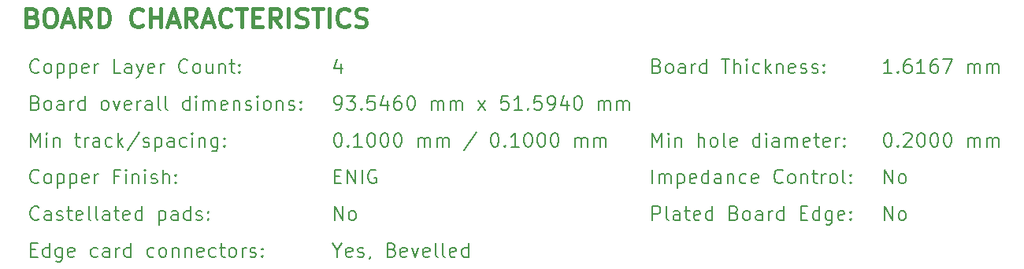
<source format=gbr>
G04 #@! TF.GenerationSoftware,KiCad,Pcbnew,8.0.2*
G04 #@! TF.CreationDate,2024-05-08T12:07:27-04:00*
G04 #@! TF.ProjectId,SMS-to-GG,534d532d-746f-42d4-9747-2e6b69636164,4*
G04 #@! TF.SameCoordinates,Original*
G04 #@! TF.FileFunction,Other,User*
%FSLAX46Y46*%
G04 Gerber Fmt 4.6, Leading zero omitted, Abs format (unit mm)*
G04 Created by KiCad (PCBNEW 8.0.2) date 2024-05-08 12:07:27*
%MOMM*%
%LPD*%
G01*
G04 APERTURE LIST*
%ADD10C,0.200000*%
%ADD11C,0.400000*%
G04 APERTURE END LIST*
D10*
X14488720Y-184290028D02*
X14488720Y-182790028D01*
X14488720Y-182790028D02*
X14988720Y-183861457D01*
X14988720Y-183861457D02*
X15488720Y-182790028D01*
X15488720Y-182790028D02*
X15488720Y-184290028D01*
X16203006Y-184290028D02*
X16203006Y-183290028D01*
X16203006Y-182790028D02*
X16131578Y-182861457D01*
X16131578Y-182861457D02*
X16203006Y-182932885D01*
X16203006Y-182932885D02*
X16274435Y-182861457D01*
X16274435Y-182861457D02*
X16203006Y-182790028D01*
X16203006Y-182790028D02*
X16203006Y-182932885D01*
X16917292Y-183290028D02*
X16917292Y-184290028D01*
X16917292Y-183432885D02*
X16988721Y-183361457D01*
X16988721Y-183361457D02*
X17131578Y-183290028D01*
X17131578Y-183290028D02*
X17345864Y-183290028D01*
X17345864Y-183290028D02*
X17488721Y-183361457D01*
X17488721Y-183361457D02*
X17560150Y-183504314D01*
X17560150Y-183504314D02*
X17560150Y-184290028D01*
X19203007Y-183290028D02*
X19774435Y-183290028D01*
X19417292Y-182790028D02*
X19417292Y-184075742D01*
X19417292Y-184075742D02*
X19488721Y-184218600D01*
X19488721Y-184218600D02*
X19631578Y-184290028D01*
X19631578Y-184290028D02*
X19774435Y-184290028D01*
X20274435Y-184290028D02*
X20274435Y-183290028D01*
X20274435Y-183575742D02*
X20345864Y-183432885D01*
X20345864Y-183432885D02*
X20417293Y-183361457D01*
X20417293Y-183361457D02*
X20560150Y-183290028D01*
X20560150Y-183290028D02*
X20703007Y-183290028D01*
X21845864Y-184290028D02*
X21845864Y-183504314D01*
X21845864Y-183504314D02*
X21774435Y-183361457D01*
X21774435Y-183361457D02*
X21631578Y-183290028D01*
X21631578Y-183290028D02*
X21345864Y-183290028D01*
X21345864Y-183290028D02*
X21203006Y-183361457D01*
X21845864Y-184218600D02*
X21703006Y-184290028D01*
X21703006Y-184290028D02*
X21345864Y-184290028D01*
X21345864Y-184290028D02*
X21203006Y-184218600D01*
X21203006Y-184218600D02*
X21131578Y-184075742D01*
X21131578Y-184075742D02*
X21131578Y-183932885D01*
X21131578Y-183932885D02*
X21203006Y-183790028D01*
X21203006Y-183790028D02*
X21345864Y-183718600D01*
X21345864Y-183718600D02*
X21703006Y-183718600D01*
X21703006Y-183718600D02*
X21845864Y-183647171D01*
X23203007Y-184218600D02*
X23060149Y-184290028D01*
X23060149Y-184290028D02*
X22774435Y-184290028D01*
X22774435Y-184290028D02*
X22631578Y-184218600D01*
X22631578Y-184218600D02*
X22560149Y-184147171D01*
X22560149Y-184147171D02*
X22488721Y-184004314D01*
X22488721Y-184004314D02*
X22488721Y-183575742D01*
X22488721Y-183575742D02*
X22560149Y-183432885D01*
X22560149Y-183432885D02*
X22631578Y-183361457D01*
X22631578Y-183361457D02*
X22774435Y-183290028D01*
X22774435Y-183290028D02*
X23060149Y-183290028D01*
X23060149Y-183290028D02*
X23203007Y-183361457D01*
X23845863Y-184290028D02*
X23845863Y-182790028D01*
X23988721Y-183718600D02*
X24417292Y-184290028D01*
X24417292Y-183290028D02*
X23845863Y-183861457D01*
X26131578Y-182718600D02*
X24845864Y-184647171D01*
X26560150Y-184218600D02*
X26703007Y-184290028D01*
X26703007Y-184290028D02*
X26988721Y-184290028D01*
X26988721Y-184290028D02*
X27131578Y-184218600D01*
X27131578Y-184218600D02*
X27203007Y-184075742D01*
X27203007Y-184075742D02*
X27203007Y-184004314D01*
X27203007Y-184004314D02*
X27131578Y-183861457D01*
X27131578Y-183861457D02*
X26988721Y-183790028D01*
X26988721Y-183790028D02*
X26774436Y-183790028D01*
X26774436Y-183790028D02*
X26631578Y-183718600D01*
X26631578Y-183718600D02*
X26560150Y-183575742D01*
X26560150Y-183575742D02*
X26560150Y-183504314D01*
X26560150Y-183504314D02*
X26631578Y-183361457D01*
X26631578Y-183361457D02*
X26774436Y-183290028D01*
X26774436Y-183290028D02*
X26988721Y-183290028D01*
X26988721Y-183290028D02*
X27131578Y-183361457D01*
X27845864Y-183290028D02*
X27845864Y-184790028D01*
X27845864Y-183361457D02*
X27988722Y-183290028D01*
X27988722Y-183290028D02*
X28274436Y-183290028D01*
X28274436Y-183290028D02*
X28417293Y-183361457D01*
X28417293Y-183361457D02*
X28488722Y-183432885D01*
X28488722Y-183432885D02*
X28560150Y-183575742D01*
X28560150Y-183575742D02*
X28560150Y-184004314D01*
X28560150Y-184004314D02*
X28488722Y-184147171D01*
X28488722Y-184147171D02*
X28417293Y-184218600D01*
X28417293Y-184218600D02*
X28274436Y-184290028D01*
X28274436Y-184290028D02*
X27988722Y-184290028D01*
X27988722Y-184290028D02*
X27845864Y-184218600D01*
X29845865Y-184290028D02*
X29845865Y-183504314D01*
X29845865Y-183504314D02*
X29774436Y-183361457D01*
X29774436Y-183361457D02*
X29631579Y-183290028D01*
X29631579Y-183290028D02*
X29345865Y-183290028D01*
X29345865Y-183290028D02*
X29203007Y-183361457D01*
X29845865Y-184218600D02*
X29703007Y-184290028D01*
X29703007Y-184290028D02*
X29345865Y-184290028D01*
X29345865Y-184290028D02*
X29203007Y-184218600D01*
X29203007Y-184218600D02*
X29131579Y-184075742D01*
X29131579Y-184075742D02*
X29131579Y-183932885D01*
X29131579Y-183932885D02*
X29203007Y-183790028D01*
X29203007Y-183790028D02*
X29345865Y-183718600D01*
X29345865Y-183718600D02*
X29703007Y-183718600D01*
X29703007Y-183718600D02*
X29845865Y-183647171D01*
X31203008Y-184218600D02*
X31060150Y-184290028D01*
X31060150Y-184290028D02*
X30774436Y-184290028D01*
X30774436Y-184290028D02*
X30631579Y-184218600D01*
X30631579Y-184218600D02*
X30560150Y-184147171D01*
X30560150Y-184147171D02*
X30488722Y-184004314D01*
X30488722Y-184004314D02*
X30488722Y-183575742D01*
X30488722Y-183575742D02*
X30560150Y-183432885D01*
X30560150Y-183432885D02*
X30631579Y-183361457D01*
X30631579Y-183361457D02*
X30774436Y-183290028D01*
X30774436Y-183290028D02*
X31060150Y-183290028D01*
X31060150Y-183290028D02*
X31203008Y-183361457D01*
X31845864Y-184290028D02*
X31845864Y-183290028D01*
X31845864Y-182790028D02*
X31774436Y-182861457D01*
X31774436Y-182861457D02*
X31845864Y-182932885D01*
X31845864Y-182932885D02*
X31917293Y-182861457D01*
X31917293Y-182861457D02*
X31845864Y-182790028D01*
X31845864Y-182790028D02*
X31845864Y-182932885D01*
X32560150Y-183290028D02*
X32560150Y-184290028D01*
X32560150Y-183432885D02*
X32631579Y-183361457D01*
X32631579Y-183361457D02*
X32774436Y-183290028D01*
X32774436Y-183290028D02*
X32988722Y-183290028D01*
X32988722Y-183290028D02*
X33131579Y-183361457D01*
X33131579Y-183361457D02*
X33203008Y-183504314D01*
X33203008Y-183504314D02*
X33203008Y-184290028D01*
X34560151Y-183290028D02*
X34560151Y-184504314D01*
X34560151Y-184504314D02*
X34488722Y-184647171D01*
X34488722Y-184647171D02*
X34417293Y-184718600D01*
X34417293Y-184718600D02*
X34274436Y-184790028D01*
X34274436Y-184790028D02*
X34060151Y-184790028D01*
X34060151Y-184790028D02*
X33917293Y-184718600D01*
X34560151Y-184218600D02*
X34417293Y-184290028D01*
X34417293Y-184290028D02*
X34131579Y-184290028D01*
X34131579Y-184290028D02*
X33988722Y-184218600D01*
X33988722Y-184218600D02*
X33917293Y-184147171D01*
X33917293Y-184147171D02*
X33845865Y-184004314D01*
X33845865Y-184004314D02*
X33845865Y-183575742D01*
X33845865Y-183575742D02*
X33917293Y-183432885D01*
X33917293Y-183432885D02*
X33988722Y-183361457D01*
X33988722Y-183361457D02*
X34131579Y-183290028D01*
X34131579Y-183290028D02*
X34417293Y-183290028D01*
X34417293Y-183290028D02*
X34560151Y-183361457D01*
X35274436Y-184147171D02*
X35345865Y-184218600D01*
X35345865Y-184218600D02*
X35274436Y-184290028D01*
X35274436Y-184290028D02*
X35203008Y-184218600D01*
X35203008Y-184218600D02*
X35274436Y-184147171D01*
X35274436Y-184147171D02*
X35274436Y-184290028D01*
X35274436Y-183361457D02*
X35345865Y-183432885D01*
X35345865Y-183432885D02*
X35274436Y-183504314D01*
X35274436Y-183504314D02*
X35203008Y-183432885D01*
X35203008Y-183432885D02*
X35274436Y-183361457D01*
X35274436Y-183361457D02*
X35274436Y-183504314D01*
X47431578Y-195446742D02*
X47431578Y-196161028D01*
X46931578Y-194661028D02*
X47431578Y-195446742D01*
X47431578Y-195446742D02*
X47931578Y-194661028D01*
X49003006Y-196089600D02*
X48860149Y-196161028D01*
X48860149Y-196161028D02*
X48574435Y-196161028D01*
X48574435Y-196161028D02*
X48431577Y-196089600D01*
X48431577Y-196089600D02*
X48360149Y-195946742D01*
X48360149Y-195946742D02*
X48360149Y-195375314D01*
X48360149Y-195375314D02*
X48431577Y-195232457D01*
X48431577Y-195232457D02*
X48574435Y-195161028D01*
X48574435Y-195161028D02*
X48860149Y-195161028D01*
X48860149Y-195161028D02*
X49003006Y-195232457D01*
X49003006Y-195232457D02*
X49074435Y-195375314D01*
X49074435Y-195375314D02*
X49074435Y-195518171D01*
X49074435Y-195518171D02*
X48360149Y-195661028D01*
X49645863Y-196089600D02*
X49788720Y-196161028D01*
X49788720Y-196161028D02*
X50074434Y-196161028D01*
X50074434Y-196161028D02*
X50217291Y-196089600D01*
X50217291Y-196089600D02*
X50288720Y-195946742D01*
X50288720Y-195946742D02*
X50288720Y-195875314D01*
X50288720Y-195875314D02*
X50217291Y-195732457D01*
X50217291Y-195732457D02*
X50074434Y-195661028D01*
X50074434Y-195661028D02*
X49860149Y-195661028D01*
X49860149Y-195661028D02*
X49717291Y-195589600D01*
X49717291Y-195589600D02*
X49645863Y-195446742D01*
X49645863Y-195446742D02*
X49645863Y-195375314D01*
X49645863Y-195375314D02*
X49717291Y-195232457D01*
X49717291Y-195232457D02*
X49860149Y-195161028D01*
X49860149Y-195161028D02*
X50074434Y-195161028D01*
X50074434Y-195161028D02*
X50217291Y-195232457D01*
X51003006Y-196089600D02*
X51003006Y-196161028D01*
X51003006Y-196161028D02*
X50931577Y-196303885D01*
X50931577Y-196303885D02*
X50860149Y-196375314D01*
X53288720Y-195375314D02*
X53503006Y-195446742D01*
X53503006Y-195446742D02*
X53574435Y-195518171D01*
X53574435Y-195518171D02*
X53645863Y-195661028D01*
X53645863Y-195661028D02*
X53645863Y-195875314D01*
X53645863Y-195875314D02*
X53574435Y-196018171D01*
X53574435Y-196018171D02*
X53503006Y-196089600D01*
X53503006Y-196089600D02*
X53360149Y-196161028D01*
X53360149Y-196161028D02*
X52788720Y-196161028D01*
X52788720Y-196161028D02*
X52788720Y-194661028D01*
X52788720Y-194661028D02*
X53288720Y-194661028D01*
X53288720Y-194661028D02*
X53431578Y-194732457D01*
X53431578Y-194732457D02*
X53503006Y-194803885D01*
X53503006Y-194803885D02*
X53574435Y-194946742D01*
X53574435Y-194946742D02*
X53574435Y-195089600D01*
X53574435Y-195089600D02*
X53503006Y-195232457D01*
X53503006Y-195232457D02*
X53431578Y-195303885D01*
X53431578Y-195303885D02*
X53288720Y-195375314D01*
X53288720Y-195375314D02*
X52788720Y-195375314D01*
X54860149Y-196089600D02*
X54717292Y-196161028D01*
X54717292Y-196161028D02*
X54431578Y-196161028D01*
X54431578Y-196161028D02*
X54288720Y-196089600D01*
X54288720Y-196089600D02*
X54217292Y-195946742D01*
X54217292Y-195946742D02*
X54217292Y-195375314D01*
X54217292Y-195375314D02*
X54288720Y-195232457D01*
X54288720Y-195232457D02*
X54431578Y-195161028D01*
X54431578Y-195161028D02*
X54717292Y-195161028D01*
X54717292Y-195161028D02*
X54860149Y-195232457D01*
X54860149Y-195232457D02*
X54931578Y-195375314D01*
X54931578Y-195375314D02*
X54931578Y-195518171D01*
X54931578Y-195518171D02*
X54217292Y-195661028D01*
X55431577Y-195161028D02*
X55788720Y-196161028D01*
X55788720Y-196161028D02*
X56145863Y-195161028D01*
X57288720Y-196089600D02*
X57145863Y-196161028D01*
X57145863Y-196161028D02*
X56860149Y-196161028D01*
X56860149Y-196161028D02*
X56717291Y-196089600D01*
X56717291Y-196089600D02*
X56645863Y-195946742D01*
X56645863Y-195946742D02*
X56645863Y-195375314D01*
X56645863Y-195375314D02*
X56717291Y-195232457D01*
X56717291Y-195232457D02*
X56860149Y-195161028D01*
X56860149Y-195161028D02*
X57145863Y-195161028D01*
X57145863Y-195161028D02*
X57288720Y-195232457D01*
X57288720Y-195232457D02*
X57360149Y-195375314D01*
X57360149Y-195375314D02*
X57360149Y-195518171D01*
X57360149Y-195518171D02*
X56645863Y-195661028D01*
X58217291Y-196161028D02*
X58074434Y-196089600D01*
X58074434Y-196089600D02*
X58003005Y-195946742D01*
X58003005Y-195946742D02*
X58003005Y-194661028D01*
X59003005Y-196161028D02*
X58860148Y-196089600D01*
X58860148Y-196089600D02*
X58788719Y-195946742D01*
X58788719Y-195946742D02*
X58788719Y-194661028D01*
X60145862Y-196089600D02*
X60003005Y-196161028D01*
X60003005Y-196161028D02*
X59717291Y-196161028D01*
X59717291Y-196161028D02*
X59574433Y-196089600D01*
X59574433Y-196089600D02*
X59503005Y-195946742D01*
X59503005Y-195946742D02*
X59503005Y-195375314D01*
X59503005Y-195375314D02*
X59574433Y-195232457D01*
X59574433Y-195232457D02*
X59717291Y-195161028D01*
X59717291Y-195161028D02*
X60003005Y-195161028D01*
X60003005Y-195161028D02*
X60145862Y-195232457D01*
X60145862Y-195232457D02*
X60217291Y-195375314D01*
X60217291Y-195375314D02*
X60217291Y-195518171D01*
X60217291Y-195518171D02*
X59503005Y-195661028D01*
X61503005Y-196161028D02*
X61503005Y-194661028D01*
X61503005Y-196089600D02*
X61360147Y-196161028D01*
X61360147Y-196161028D02*
X61074433Y-196161028D01*
X61074433Y-196161028D02*
X60931576Y-196089600D01*
X60931576Y-196089600D02*
X60860147Y-196018171D01*
X60860147Y-196018171D02*
X60788719Y-195875314D01*
X60788719Y-195875314D02*
X60788719Y-195446742D01*
X60788719Y-195446742D02*
X60860147Y-195303885D01*
X60860147Y-195303885D02*
X60931576Y-195232457D01*
X60931576Y-195232457D02*
X61074433Y-195161028D01*
X61074433Y-195161028D02*
X61360147Y-195161028D01*
X61360147Y-195161028D02*
X61503005Y-195232457D01*
X106245858Y-188247028D02*
X106245858Y-186747028D01*
X106245858Y-186747028D02*
X107103001Y-188247028D01*
X107103001Y-188247028D02*
X107103001Y-186747028D01*
X108031573Y-188247028D02*
X107888716Y-188175600D01*
X107888716Y-188175600D02*
X107817287Y-188104171D01*
X107817287Y-188104171D02*
X107745859Y-187961314D01*
X107745859Y-187961314D02*
X107745859Y-187532742D01*
X107745859Y-187532742D02*
X107817287Y-187389885D01*
X107817287Y-187389885D02*
X107888716Y-187318457D01*
X107888716Y-187318457D02*
X108031573Y-187247028D01*
X108031573Y-187247028D02*
X108245859Y-187247028D01*
X108245859Y-187247028D02*
X108388716Y-187318457D01*
X108388716Y-187318457D02*
X108460145Y-187389885D01*
X108460145Y-187389885D02*
X108531573Y-187532742D01*
X108531573Y-187532742D02*
X108531573Y-187961314D01*
X108531573Y-187961314D02*
X108460145Y-188104171D01*
X108460145Y-188104171D02*
X108388716Y-188175600D01*
X108388716Y-188175600D02*
X108245859Y-188247028D01*
X108245859Y-188247028D02*
X108031573Y-188247028D01*
X47217292Y-180333028D02*
X47503006Y-180333028D01*
X47503006Y-180333028D02*
X47645863Y-180261600D01*
X47645863Y-180261600D02*
X47717292Y-180190171D01*
X47717292Y-180190171D02*
X47860149Y-179975885D01*
X47860149Y-179975885D02*
X47931578Y-179690171D01*
X47931578Y-179690171D02*
X47931578Y-179118742D01*
X47931578Y-179118742D02*
X47860149Y-178975885D01*
X47860149Y-178975885D02*
X47788721Y-178904457D01*
X47788721Y-178904457D02*
X47645863Y-178833028D01*
X47645863Y-178833028D02*
X47360149Y-178833028D01*
X47360149Y-178833028D02*
X47217292Y-178904457D01*
X47217292Y-178904457D02*
X47145863Y-178975885D01*
X47145863Y-178975885D02*
X47074435Y-179118742D01*
X47074435Y-179118742D02*
X47074435Y-179475885D01*
X47074435Y-179475885D02*
X47145863Y-179618742D01*
X47145863Y-179618742D02*
X47217292Y-179690171D01*
X47217292Y-179690171D02*
X47360149Y-179761600D01*
X47360149Y-179761600D02*
X47645863Y-179761600D01*
X47645863Y-179761600D02*
X47788721Y-179690171D01*
X47788721Y-179690171D02*
X47860149Y-179618742D01*
X47860149Y-179618742D02*
X47931578Y-179475885D01*
X48431577Y-178833028D02*
X49360149Y-178833028D01*
X49360149Y-178833028D02*
X48860149Y-179404457D01*
X48860149Y-179404457D02*
X49074434Y-179404457D01*
X49074434Y-179404457D02*
X49217292Y-179475885D01*
X49217292Y-179475885D02*
X49288720Y-179547314D01*
X49288720Y-179547314D02*
X49360149Y-179690171D01*
X49360149Y-179690171D02*
X49360149Y-180047314D01*
X49360149Y-180047314D02*
X49288720Y-180190171D01*
X49288720Y-180190171D02*
X49217292Y-180261600D01*
X49217292Y-180261600D02*
X49074434Y-180333028D01*
X49074434Y-180333028D02*
X48645863Y-180333028D01*
X48645863Y-180333028D02*
X48503006Y-180261600D01*
X48503006Y-180261600D02*
X48431577Y-180190171D01*
X50003005Y-180190171D02*
X50074434Y-180261600D01*
X50074434Y-180261600D02*
X50003005Y-180333028D01*
X50003005Y-180333028D02*
X49931577Y-180261600D01*
X49931577Y-180261600D02*
X50003005Y-180190171D01*
X50003005Y-180190171D02*
X50003005Y-180333028D01*
X51431577Y-178833028D02*
X50717291Y-178833028D01*
X50717291Y-178833028D02*
X50645863Y-179547314D01*
X50645863Y-179547314D02*
X50717291Y-179475885D01*
X50717291Y-179475885D02*
X50860149Y-179404457D01*
X50860149Y-179404457D02*
X51217291Y-179404457D01*
X51217291Y-179404457D02*
X51360149Y-179475885D01*
X51360149Y-179475885D02*
X51431577Y-179547314D01*
X51431577Y-179547314D02*
X51503006Y-179690171D01*
X51503006Y-179690171D02*
X51503006Y-180047314D01*
X51503006Y-180047314D02*
X51431577Y-180190171D01*
X51431577Y-180190171D02*
X51360149Y-180261600D01*
X51360149Y-180261600D02*
X51217291Y-180333028D01*
X51217291Y-180333028D02*
X50860149Y-180333028D01*
X50860149Y-180333028D02*
X50717291Y-180261600D01*
X50717291Y-180261600D02*
X50645863Y-180190171D01*
X52788720Y-179333028D02*
X52788720Y-180333028D01*
X52431577Y-178761600D02*
X52074434Y-179833028D01*
X52074434Y-179833028D02*
X53003005Y-179833028D01*
X54217291Y-178833028D02*
X53931576Y-178833028D01*
X53931576Y-178833028D02*
X53788719Y-178904457D01*
X53788719Y-178904457D02*
X53717291Y-178975885D01*
X53717291Y-178975885D02*
X53574433Y-179190171D01*
X53574433Y-179190171D02*
X53503005Y-179475885D01*
X53503005Y-179475885D02*
X53503005Y-180047314D01*
X53503005Y-180047314D02*
X53574433Y-180190171D01*
X53574433Y-180190171D02*
X53645862Y-180261600D01*
X53645862Y-180261600D02*
X53788719Y-180333028D01*
X53788719Y-180333028D02*
X54074433Y-180333028D01*
X54074433Y-180333028D02*
X54217291Y-180261600D01*
X54217291Y-180261600D02*
X54288719Y-180190171D01*
X54288719Y-180190171D02*
X54360148Y-180047314D01*
X54360148Y-180047314D02*
X54360148Y-179690171D01*
X54360148Y-179690171D02*
X54288719Y-179547314D01*
X54288719Y-179547314D02*
X54217291Y-179475885D01*
X54217291Y-179475885D02*
X54074433Y-179404457D01*
X54074433Y-179404457D02*
X53788719Y-179404457D01*
X53788719Y-179404457D02*
X53645862Y-179475885D01*
X53645862Y-179475885D02*
X53574433Y-179547314D01*
X53574433Y-179547314D02*
X53503005Y-179690171D01*
X55288719Y-178833028D02*
X55431576Y-178833028D01*
X55431576Y-178833028D02*
X55574433Y-178904457D01*
X55574433Y-178904457D02*
X55645862Y-178975885D01*
X55645862Y-178975885D02*
X55717290Y-179118742D01*
X55717290Y-179118742D02*
X55788719Y-179404457D01*
X55788719Y-179404457D02*
X55788719Y-179761600D01*
X55788719Y-179761600D02*
X55717290Y-180047314D01*
X55717290Y-180047314D02*
X55645862Y-180190171D01*
X55645862Y-180190171D02*
X55574433Y-180261600D01*
X55574433Y-180261600D02*
X55431576Y-180333028D01*
X55431576Y-180333028D02*
X55288719Y-180333028D01*
X55288719Y-180333028D02*
X55145862Y-180261600D01*
X55145862Y-180261600D02*
X55074433Y-180190171D01*
X55074433Y-180190171D02*
X55003004Y-180047314D01*
X55003004Y-180047314D02*
X54931576Y-179761600D01*
X54931576Y-179761600D02*
X54931576Y-179404457D01*
X54931576Y-179404457D02*
X55003004Y-179118742D01*
X55003004Y-179118742D02*
X55074433Y-178975885D01*
X55074433Y-178975885D02*
X55145862Y-178904457D01*
X55145862Y-178904457D02*
X55288719Y-178833028D01*
X57574432Y-180333028D02*
X57574432Y-179333028D01*
X57574432Y-179475885D02*
X57645861Y-179404457D01*
X57645861Y-179404457D02*
X57788718Y-179333028D01*
X57788718Y-179333028D02*
X58003004Y-179333028D01*
X58003004Y-179333028D02*
X58145861Y-179404457D01*
X58145861Y-179404457D02*
X58217290Y-179547314D01*
X58217290Y-179547314D02*
X58217290Y-180333028D01*
X58217290Y-179547314D02*
X58288718Y-179404457D01*
X58288718Y-179404457D02*
X58431575Y-179333028D01*
X58431575Y-179333028D02*
X58645861Y-179333028D01*
X58645861Y-179333028D02*
X58788718Y-179404457D01*
X58788718Y-179404457D02*
X58860147Y-179547314D01*
X58860147Y-179547314D02*
X58860147Y-180333028D01*
X59574432Y-180333028D02*
X59574432Y-179333028D01*
X59574432Y-179475885D02*
X59645861Y-179404457D01*
X59645861Y-179404457D02*
X59788718Y-179333028D01*
X59788718Y-179333028D02*
X60003004Y-179333028D01*
X60003004Y-179333028D02*
X60145861Y-179404457D01*
X60145861Y-179404457D02*
X60217290Y-179547314D01*
X60217290Y-179547314D02*
X60217290Y-180333028D01*
X60217290Y-179547314D02*
X60288718Y-179404457D01*
X60288718Y-179404457D02*
X60431575Y-179333028D01*
X60431575Y-179333028D02*
X60645861Y-179333028D01*
X60645861Y-179333028D02*
X60788718Y-179404457D01*
X60788718Y-179404457D02*
X60860147Y-179547314D01*
X60860147Y-179547314D02*
X60860147Y-180333028D01*
X62574432Y-180333028D02*
X63360147Y-179333028D01*
X62574432Y-179333028D02*
X63360147Y-180333028D01*
X65788718Y-178833028D02*
X65074432Y-178833028D01*
X65074432Y-178833028D02*
X65003004Y-179547314D01*
X65003004Y-179547314D02*
X65074432Y-179475885D01*
X65074432Y-179475885D02*
X65217290Y-179404457D01*
X65217290Y-179404457D02*
X65574432Y-179404457D01*
X65574432Y-179404457D02*
X65717290Y-179475885D01*
X65717290Y-179475885D02*
X65788718Y-179547314D01*
X65788718Y-179547314D02*
X65860147Y-179690171D01*
X65860147Y-179690171D02*
X65860147Y-180047314D01*
X65860147Y-180047314D02*
X65788718Y-180190171D01*
X65788718Y-180190171D02*
X65717290Y-180261600D01*
X65717290Y-180261600D02*
X65574432Y-180333028D01*
X65574432Y-180333028D02*
X65217290Y-180333028D01*
X65217290Y-180333028D02*
X65074432Y-180261600D01*
X65074432Y-180261600D02*
X65003004Y-180190171D01*
X67288718Y-180333028D02*
X66431575Y-180333028D01*
X66860146Y-180333028D02*
X66860146Y-178833028D01*
X66860146Y-178833028D02*
X66717289Y-179047314D01*
X66717289Y-179047314D02*
X66574432Y-179190171D01*
X66574432Y-179190171D02*
X66431575Y-179261600D01*
X67931574Y-180190171D02*
X68003003Y-180261600D01*
X68003003Y-180261600D02*
X67931574Y-180333028D01*
X67931574Y-180333028D02*
X67860146Y-180261600D01*
X67860146Y-180261600D02*
X67931574Y-180190171D01*
X67931574Y-180190171D02*
X67931574Y-180333028D01*
X69360146Y-178833028D02*
X68645860Y-178833028D01*
X68645860Y-178833028D02*
X68574432Y-179547314D01*
X68574432Y-179547314D02*
X68645860Y-179475885D01*
X68645860Y-179475885D02*
X68788718Y-179404457D01*
X68788718Y-179404457D02*
X69145860Y-179404457D01*
X69145860Y-179404457D02*
X69288718Y-179475885D01*
X69288718Y-179475885D02*
X69360146Y-179547314D01*
X69360146Y-179547314D02*
X69431575Y-179690171D01*
X69431575Y-179690171D02*
X69431575Y-180047314D01*
X69431575Y-180047314D02*
X69360146Y-180190171D01*
X69360146Y-180190171D02*
X69288718Y-180261600D01*
X69288718Y-180261600D02*
X69145860Y-180333028D01*
X69145860Y-180333028D02*
X68788718Y-180333028D01*
X68788718Y-180333028D02*
X68645860Y-180261600D01*
X68645860Y-180261600D02*
X68574432Y-180190171D01*
X70145860Y-180333028D02*
X70431574Y-180333028D01*
X70431574Y-180333028D02*
X70574431Y-180261600D01*
X70574431Y-180261600D02*
X70645860Y-180190171D01*
X70645860Y-180190171D02*
X70788717Y-179975885D01*
X70788717Y-179975885D02*
X70860146Y-179690171D01*
X70860146Y-179690171D02*
X70860146Y-179118742D01*
X70860146Y-179118742D02*
X70788717Y-178975885D01*
X70788717Y-178975885D02*
X70717289Y-178904457D01*
X70717289Y-178904457D02*
X70574431Y-178833028D01*
X70574431Y-178833028D02*
X70288717Y-178833028D01*
X70288717Y-178833028D02*
X70145860Y-178904457D01*
X70145860Y-178904457D02*
X70074431Y-178975885D01*
X70074431Y-178975885D02*
X70003003Y-179118742D01*
X70003003Y-179118742D02*
X70003003Y-179475885D01*
X70003003Y-179475885D02*
X70074431Y-179618742D01*
X70074431Y-179618742D02*
X70145860Y-179690171D01*
X70145860Y-179690171D02*
X70288717Y-179761600D01*
X70288717Y-179761600D02*
X70574431Y-179761600D01*
X70574431Y-179761600D02*
X70717289Y-179690171D01*
X70717289Y-179690171D02*
X70788717Y-179618742D01*
X70788717Y-179618742D02*
X70860146Y-179475885D01*
X72145860Y-179333028D02*
X72145860Y-180333028D01*
X71788717Y-178761600D02*
X71431574Y-179833028D01*
X71431574Y-179833028D02*
X72360145Y-179833028D01*
X73217288Y-178833028D02*
X73360145Y-178833028D01*
X73360145Y-178833028D02*
X73503002Y-178904457D01*
X73503002Y-178904457D02*
X73574431Y-178975885D01*
X73574431Y-178975885D02*
X73645859Y-179118742D01*
X73645859Y-179118742D02*
X73717288Y-179404457D01*
X73717288Y-179404457D02*
X73717288Y-179761600D01*
X73717288Y-179761600D02*
X73645859Y-180047314D01*
X73645859Y-180047314D02*
X73574431Y-180190171D01*
X73574431Y-180190171D02*
X73503002Y-180261600D01*
X73503002Y-180261600D02*
X73360145Y-180333028D01*
X73360145Y-180333028D02*
X73217288Y-180333028D01*
X73217288Y-180333028D02*
X73074431Y-180261600D01*
X73074431Y-180261600D02*
X73003002Y-180190171D01*
X73003002Y-180190171D02*
X72931573Y-180047314D01*
X72931573Y-180047314D02*
X72860145Y-179761600D01*
X72860145Y-179761600D02*
X72860145Y-179404457D01*
X72860145Y-179404457D02*
X72931573Y-179118742D01*
X72931573Y-179118742D02*
X73003002Y-178975885D01*
X73003002Y-178975885D02*
X73074431Y-178904457D01*
X73074431Y-178904457D02*
X73217288Y-178833028D01*
X75503001Y-180333028D02*
X75503001Y-179333028D01*
X75503001Y-179475885D02*
X75574430Y-179404457D01*
X75574430Y-179404457D02*
X75717287Y-179333028D01*
X75717287Y-179333028D02*
X75931573Y-179333028D01*
X75931573Y-179333028D02*
X76074430Y-179404457D01*
X76074430Y-179404457D02*
X76145859Y-179547314D01*
X76145859Y-179547314D02*
X76145859Y-180333028D01*
X76145859Y-179547314D02*
X76217287Y-179404457D01*
X76217287Y-179404457D02*
X76360144Y-179333028D01*
X76360144Y-179333028D02*
X76574430Y-179333028D01*
X76574430Y-179333028D02*
X76717287Y-179404457D01*
X76717287Y-179404457D02*
X76788716Y-179547314D01*
X76788716Y-179547314D02*
X76788716Y-180333028D01*
X77503001Y-180333028D02*
X77503001Y-179333028D01*
X77503001Y-179475885D02*
X77574430Y-179404457D01*
X77574430Y-179404457D02*
X77717287Y-179333028D01*
X77717287Y-179333028D02*
X77931573Y-179333028D01*
X77931573Y-179333028D02*
X78074430Y-179404457D01*
X78074430Y-179404457D02*
X78145859Y-179547314D01*
X78145859Y-179547314D02*
X78145859Y-180333028D01*
X78145859Y-179547314D02*
X78217287Y-179404457D01*
X78217287Y-179404457D02*
X78360144Y-179333028D01*
X78360144Y-179333028D02*
X78574430Y-179333028D01*
X78574430Y-179333028D02*
X78717287Y-179404457D01*
X78717287Y-179404457D02*
X78788716Y-179547314D01*
X78788716Y-179547314D02*
X78788716Y-180333028D01*
X14988720Y-179547314D02*
X15203006Y-179618742D01*
X15203006Y-179618742D02*
X15274435Y-179690171D01*
X15274435Y-179690171D02*
X15345863Y-179833028D01*
X15345863Y-179833028D02*
X15345863Y-180047314D01*
X15345863Y-180047314D02*
X15274435Y-180190171D01*
X15274435Y-180190171D02*
X15203006Y-180261600D01*
X15203006Y-180261600D02*
X15060149Y-180333028D01*
X15060149Y-180333028D02*
X14488720Y-180333028D01*
X14488720Y-180333028D02*
X14488720Y-178833028D01*
X14488720Y-178833028D02*
X14988720Y-178833028D01*
X14988720Y-178833028D02*
X15131578Y-178904457D01*
X15131578Y-178904457D02*
X15203006Y-178975885D01*
X15203006Y-178975885D02*
X15274435Y-179118742D01*
X15274435Y-179118742D02*
X15274435Y-179261600D01*
X15274435Y-179261600D02*
X15203006Y-179404457D01*
X15203006Y-179404457D02*
X15131578Y-179475885D01*
X15131578Y-179475885D02*
X14988720Y-179547314D01*
X14988720Y-179547314D02*
X14488720Y-179547314D01*
X16203006Y-180333028D02*
X16060149Y-180261600D01*
X16060149Y-180261600D02*
X15988720Y-180190171D01*
X15988720Y-180190171D02*
X15917292Y-180047314D01*
X15917292Y-180047314D02*
X15917292Y-179618742D01*
X15917292Y-179618742D02*
X15988720Y-179475885D01*
X15988720Y-179475885D02*
X16060149Y-179404457D01*
X16060149Y-179404457D02*
X16203006Y-179333028D01*
X16203006Y-179333028D02*
X16417292Y-179333028D01*
X16417292Y-179333028D02*
X16560149Y-179404457D01*
X16560149Y-179404457D02*
X16631578Y-179475885D01*
X16631578Y-179475885D02*
X16703006Y-179618742D01*
X16703006Y-179618742D02*
X16703006Y-180047314D01*
X16703006Y-180047314D02*
X16631578Y-180190171D01*
X16631578Y-180190171D02*
X16560149Y-180261600D01*
X16560149Y-180261600D02*
X16417292Y-180333028D01*
X16417292Y-180333028D02*
X16203006Y-180333028D01*
X17988721Y-180333028D02*
X17988721Y-179547314D01*
X17988721Y-179547314D02*
X17917292Y-179404457D01*
X17917292Y-179404457D02*
X17774435Y-179333028D01*
X17774435Y-179333028D02*
X17488721Y-179333028D01*
X17488721Y-179333028D02*
X17345863Y-179404457D01*
X17988721Y-180261600D02*
X17845863Y-180333028D01*
X17845863Y-180333028D02*
X17488721Y-180333028D01*
X17488721Y-180333028D02*
X17345863Y-180261600D01*
X17345863Y-180261600D02*
X17274435Y-180118742D01*
X17274435Y-180118742D02*
X17274435Y-179975885D01*
X17274435Y-179975885D02*
X17345863Y-179833028D01*
X17345863Y-179833028D02*
X17488721Y-179761600D01*
X17488721Y-179761600D02*
X17845863Y-179761600D01*
X17845863Y-179761600D02*
X17988721Y-179690171D01*
X18703006Y-180333028D02*
X18703006Y-179333028D01*
X18703006Y-179618742D02*
X18774435Y-179475885D01*
X18774435Y-179475885D02*
X18845864Y-179404457D01*
X18845864Y-179404457D02*
X18988721Y-179333028D01*
X18988721Y-179333028D02*
X19131578Y-179333028D01*
X20274435Y-180333028D02*
X20274435Y-178833028D01*
X20274435Y-180261600D02*
X20131577Y-180333028D01*
X20131577Y-180333028D02*
X19845863Y-180333028D01*
X19845863Y-180333028D02*
X19703006Y-180261600D01*
X19703006Y-180261600D02*
X19631577Y-180190171D01*
X19631577Y-180190171D02*
X19560149Y-180047314D01*
X19560149Y-180047314D02*
X19560149Y-179618742D01*
X19560149Y-179618742D02*
X19631577Y-179475885D01*
X19631577Y-179475885D02*
X19703006Y-179404457D01*
X19703006Y-179404457D02*
X19845863Y-179333028D01*
X19845863Y-179333028D02*
X20131577Y-179333028D01*
X20131577Y-179333028D02*
X20274435Y-179404457D01*
X22345863Y-180333028D02*
X22203006Y-180261600D01*
X22203006Y-180261600D02*
X22131577Y-180190171D01*
X22131577Y-180190171D02*
X22060149Y-180047314D01*
X22060149Y-180047314D02*
X22060149Y-179618742D01*
X22060149Y-179618742D02*
X22131577Y-179475885D01*
X22131577Y-179475885D02*
X22203006Y-179404457D01*
X22203006Y-179404457D02*
X22345863Y-179333028D01*
X22345863Y-179333028D02*
X22560149Y-179333028D01*
X22560149Y-179333028D02*
X22703006Y-179404457D01*
X22703006Y-179404457D02*
X22774435Y-179475885D01*
X22774435Y-179475885D02*
X22845863Y-179618742D01*
X22845863Y-179618742D02*
X22845863Y-180047314D01*
X22845863Y-180047314D02*
X22774435Y-180190171D01*
X22774435Y-180190171D02*
X22703006Y-180261600D01*
X22703006Y-180261600D02*
X22560149Y-180333028D01*
X22560149Y-180333028D02*
X22345863Y-180333028D01*
X23345863Y-179333028D02*
X23703006Y-180333028D01*
X23703006Y-180333028D02*
X24060149Y-179333028D01*
X25203006Y-180261600D02*
X25060149Y-180333028D01*
X25060149Y-180333028D02*
X24774435Y-180333028D01*
X24774435Y-180333028D02*
X24631577Y-180261600D01*
X24631577Y-180261600D02*
X24560149Y-180118742D01*
X24560149Y-180118742D02*
X24560149Y-179547314D01*
X24560149Y-179547314D02*
X24631577Y-179404457D01*
X24631577Y-179404457D02*
X24774435Y-179333028D01*
X24774435Y-179333028D02*
X25060149Y-179333028D01*
X25060149Y-179333028D02*
X25203006Y-179404457D01*
X25203006Y-179404457D02*
X25274435Y-179547314D01*
X25274435Y-179547314D02*
X25274435Y-179690171D01*
X25274435Y-179690171D02*
X24560149Y-179833028D01*
X25917291Y-180333028D02*
X25917291Y-179333028D01*
X25917291Y-179618742D02*
X25988720Y-179475885D01*
X25988720Y-179475885D02*
X26060149Y-179404457D01*
X26060149Y-179404457D02*
X26203006Y-179333028D01*
X26203006Y-179333028D02*
X26345863Y-179333028D01*
X27488720Y-180333028D02*
X27488720Y-179547314D01*
X27488720Y-179547314D02*
X27417291Y-179404457D01*
X27417291Y-179404457D02*
X27274434Y-179333028D01*
X27274434Y-179333028D02*
X26988720Y-179333028D01*
X26988720Y-179333028D02*
X26845862Y-179404457D01*
X27488720Y-180261600D02*
X27345862Y-180333028D01*
X27345862Y-180333028D02*
X26988720Y-180333028D01*
X26988720Y-180333028D02*
X26845862Y-180261600D01*
X26845862Y-180261600D02*
X26774434Y-180118742D01*
X26774434Y-180118742D02*
X26774434Y-179975885D01*
X26774434Y-179975885D02*
X26845862Y-179833028D01*
X26845862Y-179833028D02*
X26988720Y-179761600D01*
X26988720Y-179761600D02*
X27345862Y-179761600D01*
X27345862Y-179761600D02*
X27488720Y-179690171D01*
X28417291Y-180333028D02*
X28274434Y-180261600D01*
X28274434Y-180261600D02*
X28203005Y-180118742D01*
X28203005Y-180118742D02*
X28203005Y-178833028D01*
X29203005Y-180333028D02*
X29060148Y-180261600D01*
X29060148Y-180261600D02*
X28988719Y-180118742D01*
X28988719Y-180118742D02*
X28988719Y-178833028D01*
X31560148Y-180333028D02*
X31560148Y-178833028D01*
X31560148Y-180261600D02*
X31417290Y-180333028D01*
X31417290Y-180333028D02*
X31131576Y-180333028D01*
X31131576Y-180333028D02*
X30988719Y-180261600D01*
X30988719Y-180261600D02*
X30917290Y-180190171D01*
X30917290Y-180190171D02*
X30845862Y-180047314D01*
X30845862Y-180047314D02*
X30845862Y-179618742D01*
X30845862Y-179618742D02*
X30917290Y-179475885D01*
X30917290Y-179475885D02*
X30988719Y-179404457D01*
X30988719Y-179404457D02*
X31131576Y-179333028D01*
X31131576Y-179333028D02*
X31417290Y-179333028D01*
X31417290Y-179333028D02*
X31560148Y-179404457D01*
X32274433Y-180333028D02*
X32274433Y-179333028D01*
X32274433Y-178833028D02*
X32203005Y-178904457D01*
X32203005Y-178904457D02*
X32274433Y-178975885D01*
X32274433Y-178975885D02*
X32345862Y-178904457D01*
X32345862Y-178904457D02*
X32274433Y-178833028D01*
X32274433Y-178833028D02*
X32274433Y-178975885D01*
X32988719Y-180333028D02*
X32988719Y-179333028D01*
X32988719Y-179475885D02*
X33060148Y-179404457D01*
X33060148Y-179404457D02*
X33203005Y-179333028D01*
X33203005Y-179333028D02*
X33417291Y-179333028D01*
X33417291Y-179333028D02*
X33560148Y-179404457D01*
X33560148Y-179404457D02*
X33631577Y-179547314D01*
X33631577Y-179547314D02*
X33631577Y-180333028D01*
X33631577Y-179547314D02*
X33703005Y-179404457D01*
X33703005Y-179404457D02*
X33845862Y-179333028D01*
X33845862Y-179333028D02*
X34060148Y-179333028D01*
X34060148Y-179333028D02*
X34203005Y-179404457D01*
X34203005Y-179404457D02*
X34274434Y-179547314D01*
X34274434Y-179547314D02*
X34274434Y-180333028D01*
X35560148Y-180261600D02*
X35417291Y-180333028D01*
X35417291Y-180333028D02*
X35131577Y-180333028D01*
X35131577Y-180333028D02*
X34988719Y-180261600D01*
X34988719Y-180261600D02*
X34917291Y-180118742D01*
X34917291Y-180118742D02*
X34917291Y-179547314D01*
X34917291Y-179547314D02*
X34988719Y-179404457D01*
X34988719Y-179404457D02*
X35131577Y-179333028D01*
X35131577Y-179333028D02*
X35417291Y-179333028D01*
X35417291Y-179333028D02*
X35560148Y-179404457D01*
X35560148Y-179404457D02*
X35631577Y-179547314D01*
X35631577Y-179547314D02*
X35631577Y-179690171D01*
X35631577Y-179690171D02*
X34917291Y-179833028D01*
X36274433Y-179333028D02*
X36274433Y-180333028D01*
X36274433Y-179475885D02*
X36345862Y-179404457D01*
X36345862Y-179404457D02*
X36488719Y-179333028D01*
X36488719Y-179333028D02*
X36703005Y-179333028D01*
X36703005Y-179333028D02*
X36845862Y-179404457D01*
X36845862Y-179404457D02*
X36917291Y-179547314D01*
X36917291Y-179547314D02*
X36917291Y-180333028D01*
X37560148Y-180261600D02*
X37703005Y-180333028D01*
X37703005Y-180333028D02*
X37988719Y-180333028D01*
X37988719Y-180333028D02*
X38131576Y-180261600D01*
X38131576Y-180261600D02*
X38203005Y-180118742D01*
X38203005Y-180118742D02*
X38203005Y-180047314D01*
X38203005Y-180047314D02*
X38131576Y-179904457D01*
X38131576Y-179904457D02*
X37988719Y-179833028D01*
X37988719Y-179833028D02*
X37774434Y-179833028D01*
X37774434Y-179833028D02*
X37631576Y-179761600D01*
X37631576Y-179761600D02*
X37560148Y-179618742D01*
X37560148Y-179618742D02*
X37560148Y-179547314D01*
X37560148Y-179547314D02*
X37631576Y-179404457D01*
X37631576Y-179404457D02*
X37774434Y-179333028D01*
X37774434Y-179333028D02*
X37988719Y-179333028D01*
X37988719Y-179333028D02*
X38131576Y-179404457D01*
X38845862Y-180333028D02*
X38845862Y-179333028D01*
X38845862Y-178833028D02*
X38774434Y-178904457D01*
X38774434Y-178904457D02*
X38845862Y-178975885D01*
X38845862Y-178975885D02*
X38917291Y-178904457D01*
X38917291Y-178904457D02*
X38845862Y-178833028D01*
X38845862Y-178833028D02*
X38845862Y-178975885D01*
X39774434Y-180333028D02*
X39631577Y-180261600D01*
X39631577Y-180261600D02*
X39560148Y-180190171D01*
X39560148Y-180190171D02*
X39488720Y-180047314D01*
X39488720Y-180047314D02*
X39488720Y-179618742D01*
X39488720Y-179618742D02*
X39560148Y-179475885D01*
X39560148Y-179475885D02*
X39631577Y-179404457D01*
X39631577Y-179404457D02*
X39774434Y-179333028D01*
X39774434Y-179333028D02*
X39988720Y-179333028D01*
X39988720Y-179333028D02*
X40131577Y-179404457D01*
X40131577Y-179404457D02*
X40203006Y-179475885D01*
X40203006Y-179475885D02*
X40274434Y-179618742D01*
X40274434Y-179618742D02*
X40274434Y-180047314D01*
X40274434Y-180047314D02*
X40203006Y-180190171D01*
X40203006Y-180190171D02*
X40131577Y-180261600D01*
X40131577Y-180261600D02*
X39988720Y-180333028D01*
X39988720Y-180333028D02*
X39774434Y-180333028D01*
X40917291Y-179333028D02*
X40917291Y-180333028D01*
X40917291Y-179475885D02*
X40988720Y-179404457D01*
X40988720Y-179404457D02*
X41131577Y-179333028D01*
X41131577Y-179333028D02*
X41345863Y-179333028D01*
X41345863Y-179333028D02*
X41488720Y-179404457D01*
X41488720Y-179404457D02*
X41560149Y-179547314D01*
X41560149Y-179547314D02*
X41560149Y-180333028D01*
X42203006Y-180261600D02*
X42345863Y-180333028D01*
X42345863Y-180333028D02*
X42631577Y-180333028D01*
X42631577Y-180333028D02*
X42774434Y-180261600D01*
X42774434Y-180261600D02*
X42845863Y-180118742D01*
X42845863Y-180118742D02*
X42845863Y-180047314D01*
X42845863Y-180047314D02*
X42774434Y-179904457D01*
X42774434Y-179904457D02*
X42631577Y-179833028D01*
X42631577Y-179833028D02*
X42417292Y-179833028D01*
X42417292Y-179833028D02*
X42274434Y-179761600D01*
X42274434Y-179761600D02*
X42203006Y-179618742D01*
X42203006Y-179618742D02*
X42203006Y-179547314D01*
X42203006Y-179547314D02*
X42274434Y-179404457D01*
X42274434Y-179404457D02*
X42417292Y-179333028D01*
X42417292Y-179333028D02*
X42631577Y-179333028D01*
X42631577Y-179333028D02*
X42774434Y-179404457D01*
X43488720Y-180190171D02*
X43560149Y-180261600D01*
X43560149Y-180261600D02*
X43488720Y-180333028D01*
X43488720Y-180333028D02*
X43417292Y-180261600D01*
X43417292Y-180261600D02*
X43488720Y-180190171D01*
X43488720Y-180190171D02*
X43488720Y-180333028D01*
X43488720Y-179404457D02*
X43560149Y-179475885D01*
X43560149Y-179475885D02*
X43488720Y-179547314D01*
X43488720Y-179547314D02*
X43417292Y-179475885D01*
X43417292Y-179475885D02*
X43488720Y-179404457D01*
X43488720Y-179404457D02*
X43488720Y-179547314D01*
X106531573Y-182790028D02*
X106674430Y-182790028D01*
X106674430Y-182790028D02*
X106817287Y-182861457D01*
X106817287Y-182861457D02*
X106888716Y-182932885D01*
X106888716Y-182932885D02*
X106960144Y-183075742D01*
X106960144Y-183075742D02*
X107031573Y-183361457D01*
X107031573Y-183361457D02*
X107031573Y-183718600D01*
X107031573Y-183718600D02*
X106960144Y-184004314D01*
X106960144Y-184004314D02*
X106888716Y-184147171D01*
X106888716Y-184147171D02*
X106817287Y-184218600D01*
X106817287Y-184218600D02*
X106674430Y-184290028D01*
X106674430Y-184290028D02*
X106531573Y-184290028D01*
X106531573Y-184290028D02*
X106388716Y-184218600D01*
X106388716Y-184218600D02*
X106317287Y-184147171D01*
X106317287Y-184147171D02*
X106245858Y-184004314D01*
X106245858Y-184004314D02*
X106174430Y-183718600D01*
X106174430Y-183718600D02*
X106174430Y-183361457D01*
X106174430Y-183361457D02*
X106245858Y-183075742D01*
X106245858Y-183075742D02*
X106317287Y-182932885D01*
X106317287Y-182932885D02*
X106388716Y-182861457D01*
X106388716Y-182861457D02*
X106531573Y-182790028D01*
X107674429Y-184147171D02*
X107745858Y-184218600D01*
X107745858Y-184218600D02*
X107674429Y-184290028D01*
X107674429Y-184290028D02*
X107603001Y-184218600D01*
X107603001Y-184218600D02*
X107674429Y-184147171D01*
X107674429Y-184147171D02*
X107674429Y-184290028D01*
X108317287Y-182932885D02*
X108388715Y-182861457D01*
X108388715Y-182861457D02*
X108531573Y-182790028D01*
X108531573Y-182790028D02*
X108888715Y-182790028D01*
X108888715Y-182790028D02*
X109031573Y-182861457D01*
X109031573Y-182861457D02*
X109103001Y-182932885D01*
X109103001Y-182932885D02*
X109174430Y-183075742D01*
X109174430Y-183075742D02*
X109174430Y-183218600D01*
X109174430Y-183218600D02*
X109103001Y-183432885D01*
X109103001Y-183432885D02*
X108245858Y-184290028D01*
X108245858Y-184290028D02*
X109174430Y-184290028D01*
X110103001Y-182790028D02*
X110245858Y-182790028D01*
X110245858Y-182790028D02*
X110388715Y-182861457D01*
X110388715Y-182861457D02*
X110460144Y-182932885D01*
X110460144Y-182932885D02*
X110531572Y-183075742D01*
X110531572Y-183075742D02*
X110603001Y-183361457D01*
X110603001Y-183361457D02*
X110603001Y-183718600D01*
X110603001Y-183718600D02*
X110531572Y-184004314D01*
X110531572Y-184004314D02*
X110460144Y-184147171D01*
X110460144Y-184147171D02*
X110388715Y-184218600D01*
X110388715Y-184218600D02*
X110245858Y-184290028D01*
X110245858Y-184290028D02*
X110103001Y-184290028D01*
X110103001Y-184290028D02*
X109960144Y-184218600D01*
X109960144Y-184218600D02*
X109888715Y-184147171D01*
X109888715Y-184147171D02*
X109817286Y-184004314D01*
X109817286Y-184004314D02*
X109745858Y-183718600D01*
X109745858Y-183718600D02*
X109745858Y-183361457D01*
X109745858Y-183361457D02*
X109817286Y-183075742D01*
X109817286Y-183075742D02*
X109888715Y-182932885D01*
X109888715Y-182932885D02*
X109960144Y-182861457D01*
X109960144Y-182861457D02*
X110103001Y-182790028D01*
X111531572Y-182790028D02*
X111674429Y-182790028D01*
X111674429Y-182790028D02*
X111817286Y-182861457D01*
X111817286Y-182861457D02*
X111888715Y-182932885D01*
X111888715Y-182932885D02*
X111960143Y-183075742D01*
X111960143Y-183075742D02*
X112031572Y-183361457D01*
X112031572Y-183361457D02*
X112031572Y-183718600D01*
X112031572Y-183718600D02*
X111960143Y-184004314D01*
X111960143Y-184004314D02*
X111888715Y-184147171D01*
X111888715Y-184147171D02*
X111817286Y-184218600D01*
X111817286Y-184218600D02*
X111674429Y-184290028D01*
X111674429Y-184290028D02*
X111531572Y-184290028D01*
X111531572Y-184290028D02*
X111388715Y-184218600D01*
X111388715Y-184218600D02*
X111317286Y-184147171D01*
X111317286Y-184147171D02*
X111245857Y-184004314D01*
X111245857Y-184004314D02*
X111174429Y-183718600D01*
X111174429Y-183718600D02*
X111174429Y-183361457D01*
X111174429Y-183361457D02*
X111245857Y-183075742D01*
X111245857Y-183075742D02*
X111317286Y-182932885D01*
X111317286Y-182932885D02*
X111388715Y-182861457D01*
X111388715Y-182861457D02*
X111531572Y-182790028D01*
X112960143Y-182790028D02*
X113103000Y-182790028D01*
X113103000Y-182790028D02*
X113245857Y-182861457D01*
X113245857Y-182861457D02*
X113317286Y-182932885D01*
X113317286Y-182932885D02*
X113388714Y-183075742D01*
X113388714Y-183075742D02*
X113460143Y-183361457D01*
X113460143Y-183361457D02*
X113460143Y-183718600D01*
X113460143Y-183718600D02*
X113388714Y-184004314D01*
X113388714Y-184004314D02*
X113317286Y-184147171D01*
X113317286Y-184147171D02*
X113245857Y-184218600D01*
X113245857Y-184218600D02*
X113103000Y-184290028D01*
X113103000Y-184290028D02*
X112960143Y-184290028D01*
X112960143Y-184290028D02*
X112817286Y-184218600D01*
X112817286Y-184218600D02*
X112745857Y-184147171D01*
X112745857Y-184147171D02*
X112674428Y-184004314D01*
X112674428Y-184004314D02*
X112603000Y-183718600D01*
X112603000Y-183718600D02*
X112603000Y-183361457D01*
X112603000Y-183361457D02*
X112674428Y-183075742D01*
X112674428Y-183075742D02*
X112745857Y-182932885D01*
X112745857Y-182932885D02*
X112817286Y-182861457D01*
X112817286Y-182861457D02*
X112960143Y-182790028D01*
X115245856Y-184290028D02*
X115245856Y-183290028D01*
X115245856Y-183432885D02*
X115317285Y-183361457D01*
X115317285Y-183361457D02*
X115460142Y-183290028D01*
X115460142Y-183290028D02*
X115674428Y-183290028D01*
X115674428Y-183290028D02*
X115817285Y-183361457D01*
X115817285Y-183361457D02*
X115888714Y-183504314D01*
X115888714Y-183504314D02*
X115888714Y-184290028D01*
X115888714Y-183504314D02*
X115960142Y-183361457D01*
X115960142Y-183361457D02*
X116102999Y-183290028D01*
X116102999Y-183290028D02*
X116317285Y-183290028D01*
X116317285Y-183290028D02*
X116460142Y-183361457D01*
X116460142Y-183361457D02*
X116531571Y-183504314D01*
X116531571Y-183504314D02*
X116531571Y-184290028D01*
X117245856Y-184290028D02*
X117245856Y-183290028D01*
X117245856Y-183432885D02*
X117317285Y-183361457D01*
X117317285Y-183361457D02*
X117460142Y-183290028D01*
X117460142Y-183290028D02*
X117674428Y-183290028D01*
X117674428Y-183290028D02*
X117817285Y-183361457D01*
X117817285Y-183361457D02*
X117888714Y-183504314D01*
X117888714Y-183504314D02*
X117888714Y-184290028D01*
X117888714Y-183504314D02*
X117960142Y-183361457D01*
X117960142Y-183361457D02*
X118102999Y-183290028D01*
X118102999Y-183290028D02*
X118317285Y-183290028D01*
X118317285Y-183290028D02*
X118460142Y-183361457D01*
X118460142Y-183361457D02*
X118531571Y-183504314D01*
X118531571Y-183504314D02*
X118531571Y-184290028D01*
X106245858Y-192204028D02*
X106245858Y-190704028D01*
X106245858Y-190704028D02*
X107103001Y-192204028D01*
X107103001Y-192204028D02*
X107103001Y-190704028D01*
X108031573Y-192204028D02*
X107888716Y-192132600D01*
X107888716Y-192132600D02*
X107817287Y-192061171D01*
X107817287Y-192061171D02*
X107745859Y-191918314D01*
X107745859Y-191918314D02*
X107745859Y-191489742D01*
X107745859Y-191489742D02*
X107817287Y-191346885D01*
X107817287Y-191346885D02*
X107888716Y-191275457D01*
X107888716Y-191275457D02*
X108031573Y-191204028D01*
X108031573Y-191204028D02*
X108245859Y-191204028D01*
X108245859Y-191204028D02*
X108388716Y-191275457D01*
X108388716Y-191275457D02*
X108460145Y-191346885D01*
X108460145Y-191346885D02*
X108531573Y-191489742D01*
X108531573Y-191489742D02*
X108531573Y-191918314D01*
X108531573Y-191918314D02*
X108460145Y-192061171D01*
X108460145Y-192061171D02*
X108388716Y-192132600D01*
X108388716Y-192132600D02*
X108245859Y-192204028D01*
X108245859Y-192204028D02*
X108031573Y-192204028D01*
X81803001Y-175590314D02*
X82017287Y-175661742D01*
X82017287Y-175661742D02*
X82088716Y-175733171D01*
X82088716Y-175733171D02*
X82160144Y-175876028D01*
X82160144Y-175876028D02*
X82160144Y-176090314D01*
X82160144Y-176090314D02*
X82088716Y-176233171D01*
X82088716Y-176233171D02*
X82017287Y-176304600D01*
X82017287Y-176304600D02*
X81874430Y-176376028D01*
X81874430Y-176376028D02*
X81303001Y-176376028D01*
X81303001Y-176376028D02*
X81303001Y-174876028D01*
X81303001Y-174876028D02*
X81803001Y-174876028D01*
X81803001Y-174876028D02*
X81945859Y-174947457D01*
X81945859Y-174947457D02*
X82017287Y-175018885D01*
X82017287Y-175018885D02*
X82088716Y-175161742D01*
X82088716Y-175161742D02*
X82088716Y-175304600D01*
X82088716Y-175304600D02*
X82017287Y-175447457D01*
X82017287Y-175447457D02*
X81945859Y-175518885D01*
X81945859Y-175518885D02*
X81803001Y-175590314D01*
X81803001Y-175590314D02*
X81303001Y-175590314D01*
X83017287Y-176376028D02*
X82874430Y-176304600D01*
X82874430Y-176304600D02*
X82803001Y-176233171D01*
X82803001Y-176233171D02*
X82731573Y-176090314D01*
X82731573Y-176090314D02*
X82731573Y-175661742D01*
X82731573Y-175661742D02*
X82803001Y-175518885D01*
X82803001Y-175518885D02*
X82874430Y-175447457D01*
X82874430Y-175447457D02*
X83017287Y-175376028D01*
X83017287Y-175376028D02*
X83231573Y-175376028D01*
X83231573Y-175376028D02*
X83374430Y-175447457D01*
X83374430Y-175447457D02*
X83445859Y-175518885D01*
X83445859Y-175518885D02*
X83517287Y-175661742D01*
X83517287Y-175661742D02*
X83517287Y-176090314D01*
X83517287Y-176090314D02*
X83445859Y-176233171D01*
X83445859Y-176233171D02*
X83374430Y-176304600D01*
X83374430Y-176304600D02*
X83231573Y-176376028D01*
X83231573Y-176376028D02*
X83017287Y-176376028D01*
X84803002Y-176376028D02*
X84803002Y-175590314D01*
X84803002Y-175590314D02*
X84731573Y-175447457D01*
X84731573Y-175447457D02*
X84588716Y-175376028D01*
X84588716Y-175376028D02*
X84303002Y-175376028D01*
X84303002Y-175376028D02*
X84160144Y-175447457D01*
X84803002Y-176304600D02*
X84660144Y-176376028D01*
X84660144Y-176376028D02*
X84303002Y-176376028D01*
X84303002Y-176376028D02*
X84160144Y-176304600D01*
X84160144Y-176304600D02*
X84088716Y-176161742D01*
X84088716Y-176161742D02*
X84088716Y-176018885D01*
X84088716Y-176018885D02*
X84160144Y-175876028D01*
X84160144Y-175876028D02*
X84303002Y-175804600D01*
X84303002Y-175804600D02*
X84660144Y-175804600D01*
X84660144Y-175804600D02*
X84803002Y-175733171D01*
X85517287Y-176376028D02*
X85517287Y-175376028D01*
X85517287Y-175661742D02*
X85588716Y-175518885D01*
X85588716Y-175518885D02*
X85660145Y-175447457D01*
X85660145Y-175447457D02*
X85803002Y-175376028D01*
X85803002Y-175376028D02*
X85945859Y-175376028D01*
X87088716Y-176376028D02*
X87088716Y-174876028D01*
X87088716Y-176304600D02*
X86945858Y-176376028D01*
X86945858Y-176376028D02*
X86660144Y-176376028D01*
X86660144Y-176376028D02*
X86517287Y-176304600D01*
X86517287Y-176304600D02*
X86445858Y-176233171D01*
X86445858Y-176233171D02*
X86374430Y-176090314D01*
X86374430Y-176090314D02*
X86374430Y-175661742D01*
X86374430Y-175661742D02*
X86445858Y-175518885D01*
X86445858Y-175518885D02*
X86517287Y-175447457D01*
X86517287Y-175447457D02*
X86660144Y-175376028D01*
X86660144Y-175376028D02*
X86945858Y-175376028D01*
X86945858Y-175376028D02*
X87088716Y-175447457D01*
X88731573Y-174876028D02*
X89588716Y-174876028D01*
X89160144Y-176376028D02*
X89160144Y-174876028D01*
X90088715Y-176376028D02*
X90088715Y-174876028D01*
X90731573Y-176376028D02*
X90731573Y-175590314D01*
X90731573Y-175590314D02*
X90660144Y-175447457D01*
X90660144Y-175447457D02*
X90517287Y-175376028D01*
X90517287Y-175376028D02*
X90303001Y-175376028D01*
X90303001Y-175376028D02*
X90160144Y-175447457D01*
X90160144Y-175447457D02*
X90088715Y-175518885D01*
X91445858Y-176376028D02*
X91445858Y-175376028D01*
X91445858Y-174876028D02*
X91374430Y-174947457D01*
X91374430Y-174947457D02*
X91445858Y-175018885D01*
X91445858Y-175018885D02*
X91517287Y-174947457D01*
X91517287Y-174947457D02*
X91445858Y-174876028D01*
X91445858Y-174876028D02*
X91445858Y-175018885D01*
X92803002Y-176304600D02*
X92660144Y-176376028D01*
X92660144Y-176376028D02*
X92374430Y-176376028D01*
X92374430Y-176376028D02*
X92231573Y-176304600D01*
X92231573Y-176304600D02*
X92160144Y-176233171D01*
X92160144Y-176233171D02*
X92088716Y-176090314D01*
X92088716Y-176090314D02*
X92088716Y-175661742D01*
X92088716Y-175661742D02*
X92160144Y-175518885D01*
X92160144Y-175518885D02*
X92231573Y-175447457D01*
X92231573Y-175447457D02*
X92374430Y-175376028D01*
X92374430Y-175376028D02*
X92660144Y-175376028D01*
X92660144Y-175376028D02*
X92803002Y-175447457D01*
X93445858Y-176376028D02*
X93445858Y-174876028D01*
X93588716Y-175804600D02*
X94017287Y-176376028D01*
X94017287Y-175376028D02*
X93445858Y-175947457D01*
X94660144Y-175376028D02*
X94660144Y-176376028D01*
X94660144Y-175518885D02*
X94731573Y-175447457D01*
X94731573Y-175447457D02*
X94874430Y-175376028D01*
X94874430Y-175376028D02*
X95088716Y-175376028D01*
X95088716Y-175376028D02*
X95231573Y-175447457D01*
X95231573Y-175447457D02*
X95303002Y-175590314D01*
X95303002Y-175590314D02*
X95303002Y-176376028D01*
X96588716Y-176304600D02*
X96445859Y-176376028D01*
X96445859Y-176376028D02*
X96160145Y-176376028D01*
X96160145Y-176376028D02*
X96017287Y-176304600D01*
X96017287Y-176304600D02*
X95945859Y-176161742D01*
X95945859Y-176161742D02*
X95945859Y-175590314D01*
X95945859Y-175590314D02*
X96017287Y-175447457D01*
X96017287Y-175447457D02*
X96160145Y-175376028D01*
X96160145Y-175376028D02*
X96445859Y-175376028D01*
X96445859Y-175376028D02*
X96588716Y-175447457D01*
X96588716Y-175447457D02*
X96660145Y-175590314D01*
X96660145Y-175590314D02*
X96660145Y-175733171D01*
X96660145Y-175733171D02*
X95945859Y-175876028D01*
X97231573Y-176304600D02*
X97374430Y-176376028D01*
X97374430Y-176376028D02*
X97660144Y-176376028D01*
X97660144Y-176376028D02*
X97803001Y-176304600D01*
X97803001Y-176304600D02*
X97874430Y-176161742D01*
X97874430Y-176161742D02*
X97874430Y-176090314D01*
X97874430Y-176090314D02*
X97803001Y-175947457D01*
X97803001Y-175947457D02*
X97660144Y-175876028D01*
X97660144Y-175876028D02*
X97445859Y-175876028D01*
X97445859Y-175876028D02*
X97303001Y-175804600D01*
X97303001Y-175804600D02*
X97231573Y-175661742D01*
X97231573Y-175661742D02*
X97231573Y-175590314D01*
X97231573Y-175590314D02*
X97303001Y-175447457D01*
X97303001Y-175447457D02*
X97445859Y-175376028D01*
X97445859Y-175376028D02*
X97660144Y-175376028D01*
X97660144Y-175376028D02*
X97803001Y-175447457D01*
X98445859Y-176304600D02*
X98588716Y-176376028D01*
X98588716Y-176376028D02*
X98874430Y-176376028D01*
X98874430Y-176376028D02*
X99017287Y-176304600D01*
X99017287Y-176304600D02*
X99088716Y-176161742D01*
X99088716Y-176161742D02*
X99088716Y-176090314D01*
X99088716Y-176090314D02*
X99017287Y-175947457D01*
X99017287Y-175947457D02*
X98874430Y-175876028D01*
X98874430Y-175876028D02*
X98660145Y-175876028D01*
X98660145Y-175876028D02*
X98517287Y-175804600D01*
X98517287Y-175804600D02*
X98445859Y-175661742D01*
X98445859Y-175661742D02*
X98445859Y-175590314D01*
X98445859Y-175590314D02*
X98517287Y-175447457D01*
X98517287Y-175447457D02*
X98660145Y-175376028D01*
X98660145Y-175376028D02*
X98874430Y-175376028D01*
X98874430Y-175376028D02*
X99017287Y-175447457D01*
X99731573Y-176233171D02*
X99803002Y-176304600D01*
X99803002Y-176304600D02*
X99731573Y-176376028D01*
X99731573Y-176376028D02*
X99660145Y-176304600D01*
X99660145Y-176304600D02*
X99731573Y-176233171D01*
X99731573Y-176233171D02*
X99731573Y-176376028D01*
X99731573Y-175447457D02*
X99803002Y-175518885D01*
X99803002Y-175518885D02*
X99731573Y-175590314D01*
X99731573Y-175590314D02*
X99660145Y-175518885D01*
X99660145Y-175518885D02*
X99731573Y-175447457D01*
X99731573Y-175447457D02*
X99731573Y-175590314D01*
X107031573Y-176376028D02*
X106174430Y-176376028D01*
X106603001Y-176376028D02*
X106603001Y-174876028D01*
X106603001Y-174876028D02*
X106460144Y-175090314D01*
X106460144Y-175090314D02*
X106317287Y-175233171D01*
X106317287Y-175233171D02*
X106174430Y-175304600D01*
X107674429Y-176233171D02*
X107745858Y-176304600D01*
X107745858Y-176304600D02*
X107674429Y-176376028D01*
X107674429Y-176376028D02*
X107603001Y-176304600D01*
X107603001Y-176304600D02*
X107674429Y-176233171D01*
X107674429Y-176233171D02*
X107674429Y-176376028D01*
X109031573Y-174876028D02*
X108745858Y-174876028D01*
X108745858Y-174876028D02*
X108603001Y-174947457D01*
X108603001Y-174947457D02*
X108531573Y-175018885D01*
X108531573Y-175018885D02*
X108388715Y-175233171D01*
X108388715Y-175233171D02*
X108317287Y-175518885D01*
X108317287Y-175518885D02*
X108317287Y-176090314D01*
X108317287Y-176090314D02*
X108388715Y-176233171D01*
X108388715Y-176233171D02*
X108460144Y-176304600D01*
X108460144Y-176304600D02*
X108603001Y-176376028D01*
X108603001Y-176376028D02*
X108888715Y-176376028D01*
X108888715Y-176376028D02*
X109031573Y-176304600D01*
X109031573Y-176304600D02*
X109103001Y-176233171D01*
X109103001Y-176233171D02*
X109174430Y-176090314D01*
X109174430Y-176090314D02*
X109174430Y-175733171D01*
X109174430Y-175733171D02*
X109103001Y-175590314D01*
X109103001Y-175590314D02*
X109031573Y-175518885D01*
X109031573Y-175518885D02*
X108888715Y-175447457D01*
X108888715Y-175447457D02*
X108603001Y-175447457D01*
X108603001Y-175447457D02*
X108460144Y-175518885D01*
X108460144Y-175518885D02*
X108388715Y-175590314D01*
X108388715Y-175590314D02*
X108317287Y-175733171D01*
X110603001Y-176376028D02*
X109745858Y-176376028D01*
X110174429Y-176376028D02*
X110174429Y-174876028D01*
X110174429Y-174876028D02*
X110031572Y-175090314D01*
X110031572Y-175090314D02*
X109888715Y-175233171D01*
X109888715Y-175233171D02*
X109745858Y-175304600D01*
X111888715Y-174876028D02*
X111603000Y-174876028D01*
X111603000Y-174876028D02*
X111460143Y-174947457D01*
X111460143Y-174947457D02*
X111388715Y-175018885D01*
X111388715Y-175018885D02*
X111245857Y-175233171D01*
X111245857Y-175233171D02*
X111174429Y-175518885D01*
X111174429Y-175518885D02*
X111174429Y-176090314D01*
X111174429Y-176090314D02*
X111245857Y-176233171D01*
X111245857Y-176233171D02*
X111317286Y-176304600D01*
X111317286Y-176304600D02*
X111460143Y-176376028D01*
X111460143Y-176376028D02*
X111745857Y-176376028D01*
X111745857Y-176376028D02*
X111888715Y-176304600D01*
X111888715Y-176304600D02*
X111960143Y-176233171D01*
X111960143Y-176233171D02*
X112031572Y-176090314D01*
X112031572Y-176090314D02*
X112031572Y-175733171D01*
X112031572Y-175733171D02*
X111960143Y-175590314D01*
X111960143Y-175590314D02*
X111888715Y-175518885D01*
X111888715Y-175518885D02*
X111745857Y-175447457D01*
X111745857Y-175447457D02*
X111460143Y-175447457D01*
X111460143Y-175447457D02*
X111317286Y-175518885D01*
X111317286Y-175518885D02*
X111245857Y-175590314D01*
X111245857Y-175590314D02*
X111174429Y-175733171D01*
X112531571Y-174876028D02*
X113531571Y-174876028D01*
X113531571Y-174876028D02*
X112888714Y-176376028D01*
X115245856Y-176376028D02*
X115245856Y-175376028D01*
X115245856Y-175518885D02*
X115317285Y-175447457D01*
X115317285Y-175447457D02*
X115460142Y-175376028D01*
X115460142Y-175376028D02*
X115674428Y-175376028D01*
X115674428Y-175376028D02*
X115817285Y-175447457D01*
X115817285Y-175447457D02*
X115888714Y-175590314D01*
X115888714Y-175590314D02*
X115888714Y-176376028D01*
X115888714Y-175590314D02*
X115960142Y-175447457D01*
X115960142Y-175447457D02*
X116102999Y-175376028D01*
X116102999Y-175376028D02*
X116317285Y-175376028D01*
X116317285Y-175376028D02*
X116460142Y-175447457D01*
X116460142Y-175447457D02*
X116531571Y-175590314D01*
X116531571Y-175590314D02*
X116531571Y-176376028D01*
X117245856Y-176376028D02*
X117245856Y-175376028D01*
X117245856Y-175518885D02*
X117317285Y-175447457D01*
X117317285Y-175447457D02*
X117460142Y-175376028D01*
X117460142Y-175376028D02*
X117674428Y-175376028D01*
X117674428Y-175376028D02*
X117817285Y-175447457D01*
X117817285Y-175447457D02*
X117888714Y-175590314D01*
X117888714Y-175590314D02*
X117888714Y-176376028D01*
X117888714Y-175590314D02*
X117960142Y-175447457D01*
X117960142Y-175447457D02*
X118102999Y-175376028D01*
X118102999Y-175376028D02*
X118317285Y-175376028D01*
X118317285Y-175376028D02*
X118460142Y-175447457D01*
X118460142Y-175447457D02*
X118531571Y-175590314D01*
X118531571Y-175590314D02*
X118531571Y-176376028D01*
D11*
X14656014Y-170347819D02*
X14941728Y-170443057D01*
X14941728Y-170443057D02*
X15036966Y-170538295D01*
X15036966Y-170538295D02*
X15132204Y-170728771D01*
X15132204Y-170728771D02*
X15132204Y-171014485D01*
X15132204Y-171014485D02*
X15036966Y-171204961D01*
X15036966Y-171204961D02*
X14941728Y-171300200D01*
X14941728Y-171300200D02*
X14751252Y-171395438D01*
X14751252Y-171395438D02*
X13989347Y-171395438D01*
X13989347Y-171395438D02*
X13989347Y-169395438D01*
X13989347Y-169395438D02*
X14656014Y-169395438D01*
X14656014Y-169395438D02*
X14846490Y-169490676D01*
X14846490Y-169490676D02*
X14941728Y-169585914D01*
X14941728Y-169585914D02*
X15036966Y-169776390D01*
X15036966Y-169776390D02*
X15036966Y-169966866D01*
X15036966Y-169966866D02*
X14941728Y-170157342D01*
X14941728Y-170157342D02*
X14846490Y-170252580D01*
X14846490Y-170252580D02*
X14656014Y-170347819D01*
X14656014Y-170347819D02*
X13989347Y-170347819D01*
X16370299Y-169395438D02*
X16751252Y-169395438D01*
X16751252Y-169395438D02*
X16941728Y-169490676D01*
X16941728Y-169490676D02*
X17132204Y-169681152D01*
X17132204Y-169681152D02*
X17227442Y-170062104D01*
X17227442Y-170062104D02*
X17227442Y-170728771D01*
X17227442Y-170728771D02*
X17132204Y-171109723D01*
X17132204Y-171109723D02*
X16941728Y-171300200D01*
X16941728Y-171300200D02*
X16751252Y-171395438D01*
X16751252Y-171395438D02*
X16370299Y-171395438D01*
X16370299Y-171395438D02*
X16179823Y-171300200D01*
X16179823Y-171300200D02*
X15989347Y-171109723D01*
X15989347Y-171109723D02*
X15894109Y-170728771D01*
X15894109Y-170728771D02*
X15894109Y-170062104D01*
X15894109Y-170062104D02*
X15989347Y-169681152D01*
X15989347Y-169681152D02*
X16179823Y-169490676D01*
X16179823Y-169490676D02*
X16370299Y-169395438D01*
X17989347Y-170824009D02*
X18941728Y-170824009D01*
X17798871Y-171395438D02*
X18465537Y-169395438D01*
X18465537Y-169395438D02*
X19132204Y-171395438D01*
X20941728Y-171395438D02*
X20275061Y-170443057D01*
X19798871Y-171395438D02*
X19798871Y-169395438D01*
X19798871Y-169395438D02*
X20560776Y-169395438D01*
X20560776Y-169395438D02*
X20751252Y-169490676D01*
X20751252Y-169490676D02*
X20846490Y-169585914D01*
X20846490Y-169585914D02*
X20941728Y-169776390D01*
X20941728Y-169776390D02*
X20941728Y-170062104D01*
X20941728Y-170062104D02*
X20846490Y-170252580D01*
X20846490Y-170252580D02*
X20751252Y-170347819D01*
X20751252Y-170347819D02*
X20560776Y-170443057D01*
X20560776Y-170443057D02*
X19798871Y-170443057D01*
X21798871Y-171395438D02*
X21798871Y-169395438D01*
X21798871Y-169395438D02*
X22275061Y-169395438D01*
X22275061Y-169395438D02*
X22560776Y-169490676D01*
X22560776Y-169490676D02*
X22751252Y-169681152D01*
X22751252Y-169681152D02*
X22846490Y-169871628D01*
X22846490Y-169871628D02*
X22941728Y-170252580D01*
X22941728Y-170252580D02*
X22941728Y-170538295D01*
X22941728Y-170538295D02*
X22846490Y-170919247D01*
X22846490Y-170919247D02*
X22751252Y-171109723D01*
X22751252Y-171109723D02*
X22560776Y-171300200D01*
X22560776Y-171300200D02*
X22275061Y-171395438D01*
X22275061Y-171395438D02*
X21798871Y-171395438D01*
X26465538Y-171204961D02*
X26370300Y-171300200D01*
X26370300Y-171300200D02*
X26084586Y-171395438D01*
X26084586Y-171395438D02*
X25894110Y-171395438D01*
X25894110Y-171395438D02*
X25608395Y-171300200D01*
X25608395Y-171300200D02*
X25417919Y-171109723D01*
X25417919Y-171109723D02*
X25322681Y-170919247D01*
X25322681Y-170919247D02*
X25227443Y-170538295D01*
X25227443Y-170538295D02*
X25227443Y-170252580D01*
X25227443Y-170252580D02*
X25322681Y-169871628D01*
X25322681Y-169871628D02*
X25417919Y-169681152D01*
X25417919Y-169681152D02*
X25608395Y-169490676D01*
X25608395Y-169490676D02*
X25894110Y-169395438D01*
X25894110Y-169395438D02*
X26084586Y-169395438D01*
X26084586Y-169395438D02*
X26370300Y-169490676D01*
X26370300Y-169490676D02*
X26465538Y-169585914D01*
X27322681Y-171395438D02*
X27322681Y-169395438D01*
X27322681Y-170347819D02*
X28465538Y-170347819D01*
X28465538Y-171395438D02*
X28465538Y-169395438D01*
X29322681Y-170824009D02*
X30275062Y-170824009D01*
X29132205Y-171395438D02*
X29798871Y-169395438D01*
X29798871Y-169395438D02*
X30465538Y-171395438D01*
X32275062Y-171395438D02*
X31608395Y-170443057D01*
X31132205Y-171395438D02*
X31132205Y-169395438D01*
X31132205Y-169395438D02*
X31894110Y-169395438D01*
X31894110Y-169395438D02*
X32084586Y-169490676D01*
X32084586Y-169490676D02*
X32179824Y-169585914D01*
X32179824Y-169585914D02*
X32275062Y-169776390D01*
X32275062Y-169776390D02*
X32275062Y-170062104D01*
X32275062Y-170062104D02*
X32179824Y-170252580D01*
X32179824Y-170252580D02*
X32084586Y-170347819D01*
X32084586Y-170347819D02*
X31894110Y-170443057D01*
X31894110Y-170443057D02*
X31132205Y-170443057D01*
X33036967Y-170824009D02*
X33989348Y-170824009D01*
X32846491Y-171395438D02*
X33513157Y-169395438D01*
X33513157Y-169395438D02*
X34179824Y-171395438D01*
X35989348Y-171204961D02*
X35894110Y-171300200D01*
X35894110Y-171300200D02*
X35608396Y-171395438D01*
X35608396Y-171395438D02*
X35417920Y-171395438D01*
X35417920Y-171395438D02*
X35132205Y-171300200D01*
X35132205Y-171300200D02*
X34941729Y-171109723D01*
X34941729Y-171109723D02*
X34846491Y-170919247D01*
X34846491Y-170919247D02*
X34751253Y-170538295D01*
X34751253Y-170538295D02*
X34751253Y-170252580D01*
X34751253Y-170252580D02*
X34846491Y-169871628D01*
X34846491Y-169871628D02*
X34941729Y-169681152D01*
X34941729Y-169681152D02*
X35132205Y-169490676D01*
X35132205Y-169490676D02*
X35417920Y-169395438D01*
X35417920Y-169395438D02*
X35608396Y-169395438D01*
X35608396Y-169395438D02*
X35894110Y-169490676D01*
X35894110Y-169490676D02*
X35989348Y-169585914D01*
X36560777Y-169395438D02*
X37703634Y-169395438D01*
X37132205Y-171395438D02*
X37132205Y-169395438D01*
X38370301Y-170347819D02*
X39036968Y-170347819D01*
X39322682Y-171395438D02*
X38370301Y-171395438D01*
X38370301Y-171395438D02*
X38370301Y-169395438D01*
X38370301Y-169395438D02*
X39322682Y-169395438D01*
X41322682Y-171395438D02*
X40656015Y-170443057D01*
X40179825Y-171395438D02*
X40179825Y-169395438D01*
X40179825Y-169395438D02*
X40941730Y-169395438D01*
X40941730Y-169395438D02*
X41132206Y-169490676D01*
X41132206Y-169490676D02*
X41227444Y-169585914D01*
X41227444Y-169585914D02*
X41322682Y-169776390D01*
X41322682Y-169776390D02*
X41322682Y-170062104D01*
X41322682Y-170062104D02*
X41227444Y-170252580D01*
X41227444Y-170252580D02*
X41132206Y-170347819D01*
X41132206Y-170347819D02*
X40941730Y-170443057D01*
X40941730Y-170443057D02*
X40179825Y-170443057D01*
X42179825Y-171395438D02*
X42179825Y-169395438D01*
X43036968Y-171300200D02*
X43322682Y-171395438D01*
X43322682Y-171395438D02*
X43798873Y-171395438D01*
X43798873Y-171395438D02*
X43989349Y-171300200D01*
X43989349Y-171300200D02*
X44084587Y-171204961D01*
X44084587Y-171204961D02*
X44179825Y-171014485D01*
X44179825Y-171014485D02*
X44179825Y-170824009D01*
X44179825Y-170824009D02*
X44084587Y-170633533D01*
X44084587Y-170633533D02*
X43989349Y-170538295D01*
X43989349Y-170538295D02*
X43798873Y-170443057D01*
X43798873Y-170443057D02*
X43417920Y-170347819D01*
X43417920Y-170347819D02*
X43227444Y-170252580D01*
X43227444Y-170252580D02*
X43132206Y-170157342D01*
X43132206Y-170157342D02*
X43036968Y-169966866D01*
X43036968Y-169966866D02*
X43036968Y-169776390D01*
X43036968Y-169776390D02*
X43132206Y-169585914D01*
X43132206Y-169585914D02*
X43227444Y-169490676D01*
X43227444Y-169490676D02*
X43417920Y-169395438D01*
X43417920Y-169395438D02*
X43894111Y-169395438D01*
X43894111Y-169395438D02*
X44179825Y-169490676D01*
X44751254Y-169395438D02*
X45894111Y-169395438D01*
X45322682Y-171395438D02*
X45322682Y-169395438D01*
X46560778Y-171395438D02*
X46560778Y-169395438D01*
X48656016Y-171204961D02*
X48560778Y-171300200D01*
X48560778Y-171300200D02*
X48275064Y-171395438D01*
X48275064Y-171395438D02*
X48084588Y-171395438D01*
X48084588Y-171395438D02*
X47798873Y-171300200D01*
X47798873Y-171300200D02*
X47608397Y-171109723D01*
X47608397Y-171109723D02*
X47513159Y-170919247D01*
X47513159Y-170919247D02*
X47417921Y-170538295D01*
X47417921Y-170538295D02*
X47417921Y-170252580D01*
X47417921Y-170252580D02*
X47513159Y-169871628D01*
X47513159Y-169871628D02*
X47608397Y-169681152D01*
X47608397Y-169681152D02*
X47798873Y-169490676D01*
X47798873Y-169490676D02*
X48084588Y-169395438D01*
X48084588Y-169395438D02*
X48275064Y-169395438D01*
X48275064Y-169395438D02*
X48560778Y-169490676D01*
X48560778Y-169490676D02*
X48656016Y-169585914D01*
X49417921Y-171300200D02*
X49703635Y-171395438D01*
X49703635Y-171395438D02*
X50179826Y-171395438D01*
X50179826Y-171395438D02*
X50370302Y-171300200D01*
X50370302Y-171300200D02*
X50465540Y-171204961D01*
X50465540Y-171204961D02*
X50560778Y-171014485D01*
X50560778Y-171014485D02*
X50560778Y-170824009D01*
X50560778Y-170824009D02*
X50465540Y-170633533D01*
X50465540Y-170633533D02*
X50370302Y-170538295D01*
X50370302Y-170538295D02*
X50179826Y-170443057D01*
X50179826Y-170443057D02*
X49798873Y-170347819D01*
X49798873Y-170347819D02*
X49608397Y-170252580D01*
X49608397Y-170252580D02*
X49513159Y-170157342D01*
X49513159Y-170157342D02*
X49417921Y-169966866D01*
X49417921Y-169966866D02*
X49417921Y-169776390D01*
X49417921Y-169776390D02*
X49513159Y-169585914D01*
X49513159Y-169585914D02*
X49608397Y-169490676D01*
X49608397Y-169490676D02*
X49798873Y-169395438D01*
X49798873Y-169395438D02*
X50275064Y-169395438D01*
X50275064Y-169395438D02*
X50560778Y-169490676D01*
D10*
X47145863Y-192204028D02*
X47145863Y-190704028D01*
X47145863Y-190704028D02*
X48003006Y-192204028D01*
X48003006Y-192204028D02*
X48003006Y-190704028D01*
X48931578Y-192204028D02*
X48788721Y-192132600D01*
X48788721Y-192132600D02*
X48717292Y-192061171D01*
X48717292Y-192061171D02*
X48645864Y-191918314D01*
X48645864Y-191918314D02*
X48645864Y-191489742D01*
X48645864Y-191489742D02*
X48717292Y-191346885D01*
X48717292Y-191346885D02*
X48788721Y-191275457D01*
X48788721Y-191275457D02*
X48931578Y-191204028D01*
X48931578Y-191204028D02*
X49145864Y-191204028D01*
X49145864Y-191204028D02*
X49288721Y-191275457D01*
X49288721Y-191275457D02*
X49360150Y-191346885D01*
X49360150Y-191346885D02*
X49431578Y-191489742D01*
X49431578Y-191489742D02*
X49431578Y-191918314D01*
X49431578Y-191918314D02*
X49360150Y-192061171D01*
X49360150Y-192061171D02*
X49288721Y-192132600D01*
X49288721Y-192132600D02*
X49145864Y-192204028D01*
X49145864Y-192204028D02*
X48931578Y-192204028D01*
X15345863Y-192061171D02*
X15274435Y-192132600D01*
X15274435Y-192132600D02*
X15060149Y-192204028D01*
X15060149Y-192204028D02*
X14917292Y-192204028D01*
X14917292Y-192204028D02*
X14703006Y-192132600D01*
X14703006Y-192132600D02*
X14560149Y-191989742D01*
X14560149Y-191989742D02*
X14488720Y-191846885D01*
X14488720Y-191846885D02*
X14417292Y-191561171D01*
X14417292Y-191561171D02*
X14417292Y-191346885D01*
X14417292Y-191346885D02*
X14488720Y-191061171D01*
X14488720Y-191061171D02*
X14560149Y-190918314D01*
X14560149Y-190918314D02*
X14703006Y-190775457D01*
X14703006Y-190775457D02*
X14917292Y-190704028D01*
X14917292Y-190704028D02*
X15060149Y-190704028D01*
X15060149Y-190704028D02*
X15274435Y-190775457D01*
X15274435Y-190775457D02*
X15345863Y-190846885D01*
X16631578Y-192204028D02*
X16631578Y-191418314D01*
X16631578Y-191418314D02*
X16560149Y-191275457D01*
X16560149Y-191275457D02*
X16417292Y-191204028D01*
X16417292Y-191204028D02*
X16131578Y-191204028D01*
X16131578Y-191204028D02*
X15988720Y-191275457D01*
X16631578Y-192132600D02*
X16488720Y-192204028D01*
X16488720Y-192204028D02*
X16131578Y-192204028D01*
X16131578Y-192204028D02*
X15988720Y-192132600D01*
X15988720Y-192132600D02*
X15917292Y-191989742D01*
X15917292Y-191989742D02*
X15917292Y-191846885D01*
X15917292Y-191846885D02*
X15988720Y-191704028D01*
X15988720Y-191704028D02*
X16131578Y-191632600D01*
X16131578Y-191632600D02*
X16488720Y-191632600D01*
X16488720Y-191632600D02*
X16631578Y-191561171D01*
X17274435Y-192132600D02*
X17417292Y-192204028D01*
X17417292Y-192204028D02*
X17703006Y-192204028D01*
X17703006Y-192204028D02*
X17845863Y-192132600D01*
X17845863Y-192132600D02*
X17917292Y-191989742D01*
X17917292Y-191989742D02*
X17917292Y-191918314D01*
X17917292Y-191918314D02*
X17845863Y-191775457D01*
X17845863Y-191775457D02*
X17703006Y-191704028D01*
X17703006Y-191704028D02*
X17488721Y-191704028D01*
X17488721Y-191704028D02*
X17345863Y-191632600D01*
X17345863Y-191632600D02*
X17274435Y-191489742D01*
X17274435Y-191489742D02*
X17274435Y-191418314D01*
X17274435Y-191418314D02*
X17345863Y-191275457D01*
X17345863Y-191275457D02*
X17488721Y-191204028D01*
X17488721Y-191204028D02*
X17703006Y-191204028D01*
X17703006Y-191204028D02*
X17845863Y-191275457D01*
X18345864Y-191204028D02*
X18917292Y-191204028D01*
X18560149Y-190704028D02*
X18560149Y-191989742D01*
X18560149Y-191989742D02*
X18631578Y-192132600D01*
X18631578Y-192132600D02*
X18774435Y-192204028D01*
X18774435Y-192204028D02*
X18917292Y-192204028D01*
X19988721Y-192132600D02*
X19845864Y-192204028D01*
X19845864Y-192204028D02*
X19560150Y-192204028D01*
X19560150Y-192204028D02*
X19417292Y-192132600D01*
X19417292Y-192132600D02*
X19345864Y-191989742D01*
X19345864Y-191989742D02*
X19345864Y-191418314D01*
X19345864Y-191418314D02*
X19417292Y-191275457D01*
X19417292Y-191275457D02*
X19560150Y-191204028D01*
X19560150Y-191204028D02*
X19845864Y-191204028D01*
X19845864Y-191204028D02*
X19988721Y-191275457D01*
X19988721Y-191275457D02*
X20060150Y-191418314D01*
X20060150Y-191418314D02*
X20060150Y-191561171D01*
X20060150Y-191561171D02*
X19345864Y-191704028D01*
X20917292Y-192204028D02*
X20774435Y-192132600D01*
X20774435Y-192132600D02*
X20703006Y-191989742D01*
X20703006Y-191989742D02*
X20703006Y-190704028D01*
X21703006Y-192204028D02*
X21560149Y-192132600D01*
X21560149Y-192132600D02*
X21488720Y-191989742D01*
X21488720Y-191989742D02*
X21488720Y-190704028D01*
X22917292Y-192204028D02*
X22917292Y-191418314D01*
X22917292Y-191418314D02*
X22845863Y-191275457D01*
X22845863Y-191275457D02*
X22703006Y-191204028D01*
X22703006Y-191204028D02*
X22417292Y-191204028D01*
X22417292Y-191204028D02*
X22274434Y-191275457D01*
X22917292Y-192132600D02*
X22774434Y-192204028D01*
X22774434Y-192204028D02*
X22417292Y-192204028D01*
X22417292Y-192204028D02*
X22274434Y-192132600D01*
X22274434Y-192132600D02*
X22203006Y-191989742D01*
X22203006Y-191989742D02*
X22203006Y-191846885D01*
X22203006Y-191846885D02*
X22274434Y-191704028D01*
X22274434Y-191704028D02*
X22417292Y-191632600D01*
X22417292Y-191632600D02*
X22774434Y-191632600D01*
X22774434Y-191632600D02*
X22917292Y-191561171D01*
X23417292Y-191204028D02*
X23988720Y-191204028D01*
X23631577Y-190704028D02*
X23631577Y-191989742D01*
X23631577Y-191989742D02*
X23703006Y-192132600D01*
X23703006Y-192132600D02*
X23845863Y-192204028D01*
X23845863Y-192204028D02*
X23988720Y-192204028D01*
X25060149Y-192132600D02*
X24917292Y-192204028D01*
X24917292Y-192204028D02*
X24631578Y-192204028D01*
X24631578Y-192204028D02*
X24488720Y-192132600D01*
X24488720Y-192132600D02*
X24417292Y-191989742D01*
X24417292Y-191989742D02*
X24417292Y-191418314D01*
X24417292Y-191418314D02*
X24488720Y-191275457D01*
X24488720Y-191275457D02*
X24631578Y-191204028D01*
X24631578Y-191204028D02*
X24917292Y-191204028D01*
X24917292Y-191204028D02*
X25060149Y-191275457D01*
X25060149Y-191275457D02*
X25131578Y-191418314D01*
X25131578Y-191418314D02*
X25131578Y-191561171D01*
X25131578Y-191561171D02*
X24417292Y-191704028D01*
X26417292Y-192204028D02*
X26417292Y-190704028D01*
X26417292Y-192132600D02*
X26274434Y-192204028D01*
X26274434Y-192204028D02*
X25988720Y-192204028D01*
X25988720Y-192204028D02*
X25845863Y-192132600D01*
X25845863Y-192132600D02*
X25774434Y-192061171D01*
X25774434Y-192061171D02*
X25703006Y-191918314D01*
X25703006Y-191918314D02*
X25703006Y-191489742D01*
X25703006Y-191489742D02*
X25774434Y-191346885D01*
X25774434Y-191346885D02*
X25845863Y-191275457D01*
X25845863Y-191275457D02*
X25988720Y-191204028D01*
X25988720Y-191204028D02*
X26274434Y-191204028D01*
X26274434Y-191204028D02*
X26417292Y-191275457D01*
X28274434Y-191204028D02*
X28274434Y-192704028D01*
X28274434Y-191275457D02*
X28417292Y-191204028D01*
X28417292Y-191204028D02*
X28703006Y-191204028D01*
X28703006Y-191204028D02*
X28845863Y-191275457D01*
X28845863Y-191275457D02*
X28917292Y-191346885D01*
X28917292Y-191346885D02*
X28988720Y-191489742D01*
X28988720Y-191489742D02*
X28988720Y-191918314D01*
X28988720Y-191918314D02*
X28917292Y-192061171D01*
X28917292Y-192061171D02*
X28845863Y-192132600D01*
X28845863Y-192132600D02*
X28703006Y-192204028D01*
X28703006Y-192204028D02*
X28417292Y-192204028D01*
X28417292Y-192204028D02*
X28274434Y-192132600D01*
X30274435Y-192204028D02*
X30274435Y-191418314D01*
X30274435Y-191418314D02*
X30203006Y-191275457D01*
X30203006Y-191275457D02*
X30060149Y-191204028D01*
X30060149Y-191204028D02*
X29774435Y-191204028D01*
X29774435Y-191204028D02*
X29631577Y-191275457D01*
X30274435Y-192132600D02*
X30131577Y-192204028D01*
X30131577Y-192204028D02*
X29774435Y-192204028D01*
X29774435Y-192204028D02*
X29631577Y-192132600D01*
X29631577Y-192132600D02*
X29560149Y-191989742D01*
X29560149Y-191989742D02*
X29560149Y-191846885D01*
X29560149Y-191846885D02*
X29631577Y-191704028D01*
X29631577Y-191704028D02*
X29774435Y-191632600D01*
X29774435Y-191632600D02*
X30131577Y-191632600D01*
X30131577Y-191632600D02*
X30274435Y-191561171D01*
X31631578Y-192204028D02*
X31631578Y-190704028D01*
X31631578Y-192132600D02*
X31488720Y-192204028D01*
X31488720Y-192204028D02*
X31203006Y-192204028D01*
X31203006Y-192204028D02*
X31060149Y-192132600D01*
X31060149Y-192132600D02*
X30988720Y-192061171D01*
X30988720Y-192061171D02*
X30917292Y-191918314D01*
X30917292Y-191918314D02*
X30917292Y-191489742D01*
X30917292Y-191489742D02*
X30988720Y-191346885D01*
X30988720Y-191346885D02*
X31060149Y-191275457D01*
X31060149Y-191275457D02*
X31203006Y-191204028D01*
X31203006Y-191204028D02*
X31488720Y-191204028D01*
X31488720Y-191204028D02*
X31631578Y-191275457D01*
X32274435Y-192132600D02*
X32417292Y-192204028D01*
X32417292Y-192204028D02*
X32703006Y-192204028D01*
X32703006Y-192204028D02*
X32845863Y-192132600D01*
X32845863Y-192132600D02*
X32917292Y-191989742D01*
X32917292Y-191989742D02*
X32917292Y-191918314D01*
X32917292Y-191918314D02*
X32845863Y-191775457D01*
X32845863Y-191775457D02*
X32703006Y-191704028D01*
X32703006Y-191704028D02*
X32488721Y-191704028D01*
X32488721Y-191704028D02*
X32345863Y-191632600D01*
X32345863Y-191632600D02*
X32274435Y-191489742D01*
X32274435Y-191489742D02*
X32274435Y-191418314D01*
X32274435Y-191418314D02*
X32345863Y-191275457D01*
X32345863Y-191275457D02*
X32488721Y-191204028D01*
X32488721Y-191204028D02*
X32703006Y-191204028D01*
X32703006Y-191204028D02*
X32845863Y-191275457D01*
X33560149Y-192061171D02*
X33631578Y-192132600D01*
X33631578Y-192132600D02*
X33560149Y-192204028D01*
X33560149Y-192204028D02*
X33488721Y-192132600D01*
X33488721Y-192132600D02*
X33560149Y-192061171D01*
X33560149Y-192061171D02*
X33560149Y-192204028D01*
X33560149Y-191275457D02*
X33631578Y-191346885D01*
X33631578Y-191346885D02*
X33560149Y-191418314D01*
X33560149Y-191418314D02*
X33488721Y-191346885D01*
X33488721Y-191346885D02*
X33560149Y-191275457D01*
X33560149Y-191275457D02*
X33560149Y-191418314D01*
X47431578Y-182790028D02*
X47574435Y-182790028D01*
X47574435Y-182790028D02*
X47717292Y-182861457D01*
X47717292Y-182861457D02*
X47788721Y-182932885D01*
X47788721Y-182932885D02*
X47860149Y-183075742D01*
X47860149Y-183075742D02*
X47931578Y-183361457D01*
X47931578Y-183361457D02*
X47931578Y-183718600D01*
X47931578Y-183718600D02*
X47860149Y-184004314D01*
X47860149Y-184004314D02*
X47788721Y-184147171D01*
X47788721Y-184147171D02*
X47717292Y-184218600D01*
X47717292Y-184218600D02*
X47574435Y-184290028D01*
X47574435Y-184290028D02*
X47431578Y-184290028D01*
X47431578Y-184290028D02*
X47288721Y-184218600D01*
X47288721Y-184218600D02*
X47217292Y-184147171D01*
X47217292Y-184147171D02*
X47145863Y-184004314D01*
X47145863Y-184004314D02*
X47074435Y-183718600D01*
X47074435Y-183718600D02*
X47074435Y-183361457D01*
X47074435Y-183361457D02*
X47145863Y-183075742D01*
X47145863Y-183075742D02*
X47217292Y-182932885D01*
X47217292Y-182932885D02*
X47288721Y-182861457D01*
X47288721Y-182861457D02*
X47431578Y-182790028D01*
X48574434Y-184147171D02*
X48645863Y-184218600D01*
X48645863Y-184218600D02*
X48574434Y-184290028D01*
X48574434Y-184290028D02*
X48503006Y-184218600D01*
X48503006Y-184218600D02*
X48574434Y-184147171D01*
X48574434Y-184147171D02*
X48574434Y-184290028D01*
X50074435Y-184290028D02*
X49217292Y-184290028D01*
X49645863Y-184290028D02*
X49645863Y-182790028D01*
X49645863Y-182790028D02*
X49503006Y-183004314D01*
X49503006Y-183004314D02*
X49360149Y-183147171D01*
X49360149Y-183147171D02*
X49217292Y-183218600D01*
X51003006Y-182790028D02*
X51145863Y-182790028D01*
X51145863Y-182790028D02*
X51288720Y-182861457D01*
X51288720Y-182861457D02*
X51360149Y-182932885D01*
X51360149Y-182932885D02*
X51431577Y-183075742D01*
X51431577Y-183075742D02*
X51503006Y-183361457D01*
X51503006Y-183361457D02*
X51503006Y-183718600D01*
X51503006Y-183718600D02*
X51431577Y-184004314D01*
X51431577Y-184004314D02*
X51360149Y-184147171D01*
X51360149Y-184147171D02*
X51288720Y-184218600D01*
X51288720Y-184218600D02*
X51145863Y-184290028D01*
X51145863Y-184290028D02*
X51003006Y-184290028D01*
X51003006Y-184290028D02*
X50860149Y-184218600D01*
X50860149Y-184218600D02*
X50788720Y-184147171D01*
X50788720Y-184147171D02*
X50717291Y-184004314D01*
X50717291Y-184004314D02*
X50645863Y-183718600D01*
X50645863Y-183718600D02*
X50645863Y-183361457D01*
X50645863Y-183361457D02*
X50717291Y-183075742D01*
X50717291Y-183075742D02*
X50788720Y-182932885D01*
X50788720Y-182932885D02*
X50860149Y-182861457D01*
X50860149Y-182861457D02*
X51003006Y-182790028D01*
X52431577Y-182790028D02*
X52574434Y-182790028D01*
X52574434Y-182790028D02*
X52717291Y-182861457D01*
X52717291Y-182861457D02*
X52788720Y-182932885D01*
X52788720Y-182932885D02*
X52860148Y-183075742D01*
X52860148Y-183075742D02*
X52931577Y-183361457D01*
X52931577Y-183361457D02*
X52931577Y-183718600D01*
X52931577Y-183718600D02*
X52860148Y-184004314D01*
X52860148Y-184004314D02*
X52788720Y-184147171D01*
X52788720Y-184147171D02*
X52717291Y-184218600D01*
X52717291Y-184218600D02*
X52574434Y-184290028D01*
X52574434Y-184290028D02*
X52431577Y-184290028D01*
X52431577Y-184290028D02*
X52288720Y-184218600D01*
X52288720Y-184218600D02*
X52217291Y-184147171D01*
X52217291Y-184147171D02*
X52145862Y-184004314D01*
X52145862Y-184004314D02*
X52074434Y-183718600D01*
X52074434Y-183718600D02*
X52074434Y-183361457D01*
X52074434Y-183361457D02*
X52145862Y-183075742D01*
X52145862Y-183075742D02*
X52217291Y-182932885D01*
X52217291Y-182932885D02*
X52288720Y-182861457D01*
X52288720Y-182861457D02*
X52431577Y-182790028D01*
X53860148Y-182790028D02*
X54003005Y-182790028D01*
X54003005Y-182790028D02*
X54145862Y-182861457D01*
X54145862Y-182861457D02*
X54217291Y-182932885D01*
X54217291Y-182932885D02*
X54288719Y-183075742D01*
X54288719Y-183075742D02*
X54360148Y-183361457D01*
X54360148Y-183361457D02*
X54360148Y-183718600D01*
X54360148Y-183718600D02*
X54288719Y-184004314D01*
X54288719Y-184004314D02*
X54217291Y-184147171D01*
X54217291Y-184147171D02*
X54145862Y-184218600D01*
X54145862Y-184218600D02*
X54003005Y-184290028D01*
X54003005Y-184290028D02*
X53860148Y-184290028D01*
X53860148Y-184290028D02*
X53717291Y-184218600D01*
X53717291Y-184218600D02*
X53645862Y-184147171D01*
X53645862Y-184147171D02*
X53574433Y-184004314D01*
X53574433Y-184004314D02*
X53503005Y-183718600D01*
X53503005Y-183718600D02*
X53503005Y-183361457D01*
X53503005Y-183361457D02*
X53574433Y-183075742D01*
X53574433Y-183075742D02*
X53645862Y-182932885D01*
X53645862Y-182932885D02*
X53717291Y-182861457D01*
X53717291Y-182861457D02*
X53860148Y-182790028D01*
X56145861Y-184290028D02*
X56145861Y-183290028D01*
X56145861Y-183432885D02*
X56217290Y-183361457D01*
X56217290Y-183361457D02*
X56360147Y-183290028D01*
X56360147Y-183290028D02*
X56574433Y-183290028D01*
X56574433Y-183290028D02*
X56717290Y-183361457D01*
X56717290Y-183361457D02*
X56788719Y-183504314D01*
X56788719Y-183504314D02*
X56788719Y-184290028D01*
X56788719Y-183504314D02*
X56860147Y-183361457D01*
X56860147Y-183361457D02*
X57003004Y-183290028D01*
X57003004Y-183290028D02*
X57217290Y-183290028D01*
X57217290Y-183290028D02*
X57360147Y-183361457D01*
X57360147Y-183361457D02*
X57431576Y-183504314D01*
X57431576Y-183504314D02*
X57431576Y-184290028D01*
X58145861Y-184290028D02*
X58145861Y-183290028D01*
X58145861Y-183432885D02*
X58217290Y-183361457D01*
X58217290Y-183361457D02*
X58360147Y-183290028D01*
X58360147Y-183290028D02*
X58574433Y-183290028D01*
X58574433Y-183290028D02*
X58717290Y-183361457D01*
X58717290Y-183361457D02*
X58788719Y-183504314D01*
X58788719Y-183504314D02*
X58788719Y-184290028D01*
X58788719Y-183504314D02*
X58860147Y-183361457D01*
X58860147Y-183361457D02*
X59003004Y-183290028D01*
X59003004Y-183290028D02*
X59217290Y-183290028D01*
X59217290Y-183290028D02*
X59360147Y-183361457D01*
X59360147Y-183361457D02*
X59431576Y-183504314D01*
X59431576Y-183504314D02*
X59431576Y-184290028D01*
X62360147Y-182718600D02*
X61074433Y-184647171D01*
X64288719Y-182790028D02*
X64431576Y-182790028D01*
X64431576Y-182790028D02*
X64574433Y-182861457D01*
X64574433Y-182861457D02*
X64645862Y-182932885D01*
X64645862Y-182932885D02*
X64717290Y-183075742D01*
X64717290Y-183075742D02*
X64788719Y-183361457D01*
X64788719Y-183361457D02*
X64788719Y-183718600D01*
X64788719Y-183718600D02*
X64717290Y-184004314D01*
X64717290Y-184004314D02*
X64645862Y-184147171D01*
X64645862Y-184147171D02*
X64574433Y-184218600D01*
X64574433Y-184218600D02*
X64431576Y-184290028D01*
X64431576Y-184290028D02*
X64288719Y-184290028D01*
X64288719Y-184290028D02*
X64145862Y-184218600D01*
X64145862Y-184218600D02*
X64074433Y-184147171D01*
X64074433Y-184147171D02*
X64003004Y-184004314D01*
X64003004Y-184004314D02*
X63931576Y-183718600D01*
X63931576Y-183718600D02*
X63931576Y-183361457D01*
X63931576Y-183361457D02*
X64003004Y-183075742D01*
X64003004Y-183075742D02*
X64074433Y-182932885D01*
X64074433Y-182932885D02*
X64145862Y-182861457D01*
X64145862Y-182861457D02*
X64288719Y-182790028D01*
X65431575Y-184147171D02*
X65503004Y-184218600D01*
X65503004Y-184218600D02*
X65431575Y-184290028D01*
X65431575Y-184290028D02*
X65360147Y-184218600D01*
X65360147Y-184218600D02*
X65431575Y-184147171D01*
X65431575Y-184147171D02*
X65431575Y-184290028D01*
X66931576Y-184290028D02*
X66074433Y-184290028D01*
X66503004Y-184290028D02*
X66503004Y-182790028D01*
X66503004Y-182790028D02*
X66360147Y-183004314D01*
X66360147Y-183004314D02*
X66217290Y-183147171D01*
X66217290Y-183147171D02*
X66074433Y-183218600D01*
X67860147Y-182790028D02*
X68003004Y-182790028D01*
X68003004Y-182790028D02*
X68145861Y-182861457D01*
X68145861Y-182861457D02*
X68217290Y-182932885D01*
X68217290Y-182932885D02*
X68288718Y-183075742D01*
X68288718Y-183075742D02*
X68360147Y-183361457D01*
X68360147Y-183361457D02*
X68360147Y-183718600D01*
X68360147Y-183718600D02*
X68288718Y-184004314D01*
X68288718Y-184004314D02*
X68217290Y-184147171D01*
X68217290Y-184147171D02*
X68145861Y-184218600D01*
X68145861Y-184218600D02*
X68003004Y-184290028D01*
X68003004Y-184290028D02*
X67860147Y-184290028D01*
X67860147Y-184290028D02*
X67717290Y-184218600D01*
X67717290Y-184218600D02*
X67645861Y-184147171D01*
X67645861Y-184147171D02*
X67574432Y-184004314D01*
X67574432Y-184004314D02*
X67503004Y-183718600D01*
X67503004Y-183718600D02*
X67503004Y-183361457D01*
X67503004Y-183361457D02*
X67574432Y-183075742D01*
X67574432Y-183075742D02*
X67645861Y-182932885D01*
X67645861Y-182932885D02*
X67717290Y-182861457D01*
X67717290Y-182861457D02*
X67860147Y-182790028D01*
X69288718Y-182790028D02*
X69431575Y-182790028D01*
X69431575Y-182790028D02*
X69574432Y-182861457D01*
X69574432Y-182861457D02*
X69645861Y-182932885D01*
X69645861Y-182932885D02*
X69717289Y-183075742D01*
X69717289Y-183075742D02*
X69788718Y-183361457D01*
X69788718Y-183361457D02*
X69788718Y-183718600D01*
X69788718Y-183718600D02*
X69717289Y-184004314D01*
X69717289Y-184004314D02*
X69645861Y-184147171D01*
X69645861Y-184147171D02*
X69574432Y-184218600D01*
X69574432Y-184218600D02*
X69431575Y-184290028D01*
X69431575Y-184290028D02*
X69288718Y-184290028D01*
X69288718Y-184290028D02*
X69145861Y-184218600D01*
X69145861Y-184218600D02*
X69074432Y-184147171D01*
X69074432Y-184147171D02*
X69003003Y-184004314D01*
X69003003Y-184004314D02*
X68931575Y-183718600D01*
X68931575Y-183718600D02*
X68931575Y-183361457D01*
X68931575Y-183361457D02*
X69003003Y-183075742D01*
X69003003Y-183075742D02*
X69074432Y-182932885D01*
X69074432Y-182932885D02*
X69145861Y-182861457D01*
X69145861Y-182861457D02*
X69288718Y-182790028D01*
X70717289Y-182790028D02*
X70860146Y-182790028D01*
X70860146Y-182790028D02*
X71003003Y-182861457D01*
X71003003Y-182861457D02*
X71074432Y-182932885D01*
X71074432Y-182932885D02*
X71145860Y-183075742D01*
X71145860Y-183075742D02*
X71217289Y-183361457D01*
X71217289Y-183361457D02*
X71217289Y-183718600D01*
X71217289Y-183718600D02*
X71145860Y-184004314D01*
X71145860Y-184004314D02*
X71074432Y-184147171D01*
X71074432Y-184147171D02*
X71003003Y-184218600D01*
X71003003Y-184218600D02*
X70860146Y-184290028D01*
X70860146Y-184290028D02*
X70717289Y-184290028D01*
X70717289Y-184290028D02*
X70574432Y-184218600D01*
X70574432Y-184218600D02*
X70503003Y-184147171D01*
X70503003Y-184147171D02*
X70431574Y-184004314D01*
X70431574Y-184004314D02*
X70360146Y-183718600D01*
X70360146Y-183718600D02*
X70360146Y-183361457D01*
X70360146Y-183361457D02*
X70431574Y-183075742D01*
X70431574Y-183075742D02*
X70503003Y-182932885D01*
X70503003Y-182932885D02*
X70574432Y-182861457D01*
X70574432Y-182861457D02*
X70717289Y-182790028D01*
X73003002Y-184290028D02*
X73003002Y-183290028D01*
X73003002Y-183432885D02*
X73074431Y-183361457D01*
X73074431Y-183361457D02*
X73217288Y-183290028D01*
X73217288Y-183290028D02*
X73431574Y-183290028D01*
X73431574Y-183290028D02*
X73574431Y-183361457D01*
X73574431Y-183361457D02*
X73645860Y-183504314D01*
X73645860Y-183504314D02*
X73645860Y-184290028D01*
X73645860Y-183504314D02*
X73717288Y-183361457D01*
X73717288Y-183361457D02*
X73860145Y-183290028D01*
X73860145Y-183290028D02*
X74074431Y-183290028D01*
X74074431Y-183290028D02*
X74217288Y-183361457D01*
X74217288Y-183361457D02*
X74288717Y-183504314D01*
X74288717Y-183504314D02*
X74288717Y-184290028D01*
X75003002Y-184290028D02*
X75003002Y-183290028D01*
X75003002Y-183432885D02*
X75074431Y-183361457D01*
X75074431Y-183361457D02*
X75217288Y-183290028D01*
X75217288Y-183290028D02*
X75431574Y-183290028D01*
X75431574Y-183290028D02*
X75574431Y-183361457D01*
X75574431Y-183361457D02*
X75645860Y-183504314D01*
X75645860Y-183504314D02*
X75645860Y-184290028D01*
X75645860Y-183504314D02*
X75717288Y-183361457D01*
X75717288Y-183361457D02*
X75860145Y-183290028D01*
X75860145Y-183290028D02*
X76074431Y-183290028D01*
X76074431Y-183290028D02*
X76217288Y-183361457D01*
X76217288Y-183361457D02*
X76288717Y-183504314D01*
X76288717Y-183504314D02*
X76288717Y-184290028D01*
X81303001Y-184290028D02*
X81303001Y-182790028D01*
X81303001Y-182790028D02*
X81803001Y-183861457D01*
X81803001Y-183861457D02*
X82303001Y-182790028D01*
X82303001Y-182790028D02*
X82303001Y-184290028D01*
X83017287Y-184290028D02*
X83017287Y-183290028D01*
X83017287Y-182790028D02*
X82945859Y-182861457D01*
X82945859Y-182861457D02*
X83017287Y-182932885D01*
X83017287Y-182932885D02*
X83088716Y-182861457D01*
X83088716Y-182861457D02*
X83017287Y-182790028D01*
X83017287Y-182790028D02*
X83017287Y-182932885D01*
X83731573Y-183290028D02*
X83731573Y-184290028D01*
X83731573Y-183432885D02*
X83803002Y-183361457D01*
X83803002Y-183361457D02*
X83945859Y-183290028D01*
X83945859Y-183290028D02*
X84160145Y-183290028D01*
X84160145Y-183290028D02*
X84303002Y-183361457D01*
X84303002Y-183361457D02*
X84374431Y-183504314D01*
X84374431Y-183504314D02*
X84374431Y-184290028D01*
X86231573Y-184290028D02*
X86231573Y-182790028D01*
X86874431Y-184290028D02*
X86874431Y-183504314D01*
X86874431Y-183504314D02*
X86803002Y-183361457D01*
X86803002Y-183361457D02*
X86660145Y-183290028D01*
X86660145Y-183290028D02*
X86445859Y-183290028D01*
X86445859Y-183290028D02*
X86303002Y-183361457D01*
X86303002Y-183361457D02*
X86231573Y-183432885D01*
X87803002Y-184290028D02*
X87660145Y-184218600D01*
X87660145Y-184218600D02*
X87588716Y-184147171D01*
X87588716Y-184147171D02*
X87517288Y-184004314D01*
X87517288Y-184004314D02*
X87517288Y-183575742D01*
X87517288Y-183575742D02*
X87588716Y-183432885D01*
X87588716Y-183432885D02*
X87660145Y-183361457D01*
X87660145Y-183361457D02*
X87803002Y-183290028D01*
X87803002Y-183290028D02*
X88017288Y-183290028D01*
X88017288Y-183290028D02*
X88160145Y-183361457D01*
X88160145Y-183361457D02*
X88231574Y-183432885D01*
X88231574Y-183432885D02*
X88303002Y-183575742D01*
X88303002Y-183575742D02*
X88303002Y-184004314D01*
X88303002Y-184004314D02*
X88231574Y-184147171D01*
X88231574Y-184147171D02*
X88160145Y-184218600D01*
X88160145Y-184218600D02*
X88017288Y-184290028D01*
X88017288Y-184290028D02*
X87803002Y-184290028D01*
X89160145Y-184290028D02*
X89017288Y-184218600D01*
X89017288Y-184218600D02*
X88945859Y-184075742D01*
X88945859Y-184075742D02*
X88945859Y-182790028D01*
X90303002Y-184218600D02*
X90160145Y-184290028D01*
X90160145Y-184290028D02*
X89874431Y-184290028D01*
X89874431Y-184290028D02*
X89731573Y-184218600D01*
X89731573Y-184218600D02*
X89660145Y-184075742D01*
X89660145Y-184075742D02*
X89660145Y-183504314D01*
X89660145Y-183504314D02*
X89731573Y-183361457D01*
X89731573Y-183361457D02*
X89874431Y-183290028D01*
X89874431Y-183290028D02*
X90160145Y-183290028D01*
X90160145Y-183290028D02*
X90303002Y-183361457D01*
X90303002Y-183361457D02*
X90374431Y-183504314D01*
X90374431Y-183504314D02*
X90374431Y-183647171D01*
X90374431Y-183647171D02*
X89660145Y-183790028D01*
X92803002Y-184290028D02*
X92803002Y-182790028D01*
X92803002Y-184218600D02*
X92660144Y-184290028D01*
X92660144Y-184290028D02*
X92374430Y-184290028D01*
X92374430Y-184290028D02*
X92231573Y-184218600D01*
X92231573Y-184218600D02*
X92160144Y-184147171D01*
X92160144Y-184147171D02*
X92088716Y-184004314D01*
X92088716Y-184004314D02*
X92088716Y-183575742D01*
X92088716Y-183575742D02*
X92160144Y-183432885D01*
X92160144Y-183432885D02*
X92231573Y-183361457D01*
X92231573Y-183361457D02*
X92374430Y-183290028D01*
X92374430Y-183290028D02*
X92660144Y-183290028D01*
X92660144Y-183290028D02*
X92803002Y-183361457D01*
X93517287Y-184290028D02*
X93517287Y-183290028D01*
X93517287Y-182790028D02*
X93445859Y-182861457D01*
X93445859Y-182861457D02*
X93517287Y-182932885D01*
X93517287Y-182932885D02*
X93588716Y-182861457D01*
X93588716Y-182861457D02*
X93517287Y-182790028D01*
X93517287Y-182790028D02*
X93517287Y-182932885D01*
X94874431Y-184290028D02*
X94874431Y-183504314D01*
X94874431Y-183504314D02*
X94803002Y-183361457D01*
X94803002Y-183361457D02*
X94660145Y-183290028D01*
X94660145Y-183290028D02*
X94374431Y-183290028D01*
X94374431Y-183290028D02*
X94231573Y-183361457D01*
X94874431Y-184218600D02*
X94731573Y-184290028D01*
X94731573Y-184290028D02*
X94374431Y-184290028D01*
X94374431Y-184290028D02*
X94231573Y-184218600D01*
X94231573Y-184218600D02*
X94160145Y-184075742D01*
X94160145Y-184075742D02*
X94160145Y-183932885D01*
X94160145Y-183932885D02*
X94231573Y-183790028D01*
X94231573Y-183790028D02*
X94374431Y-183718600D01*
X94374431Y-183718600D02*
X94731573Y-183718600D01*
X94731573Y-183718600D02*
X94874431Y-183647171D01*
X95588716Y-184290028D02*
X95588716Y-183290028D01*
X95588716Y-183432885D02*
X95660145Y-183361457D01*
X95660145Y-183361457D02*
X95803002Y-183290028D01*
X95803002Y-183290028D02*
X96017288Y-183290028D01*
X96017288Y-183290028D02*
X96160145Y-183361457D01*
X96160145Y-183361457D02*
X96231574Y-183504314D01*
X96231574Y-183504314D02*
X96231574Y-184290028D01*
X96231574Y-183504314D02*
X96303002Y-183361457D01*
X96303002Y-183361457D02*
X96445859Y-183290028D01*
X96445859Y-183290028D02*
X96660145Y-183290028D01*
X96660145Y-183290028D02*
X96803002Y-183361457D01*
X96803002Y-183361457D02*
X96874431Y-183504314D01*
X96874431Y-183504314D02*
X96874431Y-184290028D01*
X98160145Y-184218600D02*
X98017288Y-184290028D01*
X98017288Y-184290028D02*
X97731574Y-184290028D01*
X97731574Y-184290028D02*
X97588716Y-184218600D01*
X97588716Y-184218600D02*
X97517288Y-184075742D01*
X97517288Y-184075742D02*
X97517288Y-183504314D01*
X97517288Y-183504314D02*
X97588716Y-183361457D01*
X97588716Y-183361457D02*
X97731574Y-183290028D01*
X97731574Y-183290028D02*
X98017288Y-183290028D01*
X98017288Y-183290028D02*
X98160145Y-183361457D01*
X98160145Y-183361457D02*
X98231574Y-183504314D01*
X98231574Y-183504314D02*
X98231574Y-183647171D01*
X98231574Y-183647171D02*
X97517288Y-183790028D01*
X98660145Y-183290028D02*
X99231573Y-183290028D01*
X98874430Y-182790028D02*
X98874430Y-184075742D01*
X98874430Y-184075742D02*
X98945859Y-184218600D01*
X98945859Y-184218600D02*
X99088716Y-184290028D01*
X99088716Y-184290028D02*
X99231573Y-184290028D01*
X100303002Y-184218600D02*
X100160145Y-184290028D01*
X100160145Y-184290028D02*
X99874431Y-184290028D01*
X99874431Y-184290028D02*
X99731573Y-184218600D01*
X99731573Y-184218600D02*
X99660145Y-184075742D01*
X99660145Y-184075742D02*
X99660145Y-183504314D01*
X99660145Y-183504314D02*
X99731573Y-183361457D01*
X99731573Y-183361457D02*
X99874431Y-183290028D01*
X99874431Y-183290028D02*
X100160145Y-183290028D01*
X100160145Y-183290028D02*
X100303002Y-183361457D01*
X100303002Y-183361457D02*
X100374431Y-183504314D01*
X100374431Y-183504314D02*
X100374431Y-183647171D01*
X100374431Y-183647171D02*
X99660145Y-183790028D01*
X101017287Y-184290028D02*
X101017287Y-183290028D01*
X101017287Y-183575742D02*
X101088716Y-183432885D01*
X101088716Y-183432885D02*
X101160145Y-183361457D01*
X101160145Y-183361457D02*
X101303002Y-183290028D01*
X101303002Y-183290028D02*
X101445859Y-183290028D01*
X101945858Y-184147171D02*
X102017287Y-184218600D01*
X102017287Y-184218600D02*
X101945858Y-184290028D01*
X101945858Y-184290028D02*
X101874430Y-184218600D01*
X101874430Y-184218600D02*
X101945858Y-184147171D01*
X101945858Y-184147171D02*
X101945858Y-184290028D01*
X101945858Y-183361457D02*
X102017287Y-183432885D01*
X102017287Y-183432885D02*
X101945858Y-183504314D01*
X101945858Y-183504314D02*
X101874430Y-183432885D01*
X101874430Y-183432885D02*
X101945858Y-183361457D01*
X101945858Y-183361457D02*
X101945858Y-183504314D01*
X47788721Y-175376028D02*
X47788721Y-176376028D01*
X47431578Y-174804600D02*
X47074435Y-175876028D01*
X47074435Y-175876028D02*
X48003006Y-175876028D01*
X15345863Y-188104171D02*
X15274435Y-188175600D01*
X15274435Y-188175600D02*
X15060149Y-188247028D01*
X15060149Y-188247028D02*
X14917292Y-188247028D01*
X14917292Y-188247028D02*
X14703006Y-188175600D01*
X14703006Y-188175600D02*
X14560149Y-188032742D01*
X14560149Y-188032742D02*
X14488720Y-187889885D01*
X14488720Y-187889885D02*
X14417292Y-187604171D01*
X14417292Y-187604171D02*
X14417292Y-187389885D01*
X14417292Y-187389885D02*
X14488720Y-187104171D01*
X14488720Y-187104171D02*
X14560149Y-186961314D01*
X14560149Y-186961314D02*
X14703006Y-186818457D01*
X14703006Y-186818457D02*
X14917292Y-186747028D01*
X14917292Y-186747028D02*
X15060149Y-186747028D01*
X15060149Y-186747028D02*
X15274435Y-186818457D01*
X15274435Y-186818457D02*
X15345863Y-186889885D01*
X16203006Y-188247028D02*
X16060149Y-188175600D01*
X16060149Y-188175600D02*
X15988720Y-188104171D01*
X15988720Y-188104171D02*
X15917292Y-187961314D01*
X15917292Y-187961314D02*
X15917292Y-187532742D01*
X15917292Y-187532742D02*
X15988720Y-187389885D01*
X15988720Y-187389885D02*
X16060149Y-187318457D01*
X16060149Y-187318457D02*
X16203006Y-187247028D01*
X16203006Y-187247028D02*
X16417292Y-187247028D01*
X16417292Y-187247028D02*
X16560149Y-187318457D01*
X16560149Y-187318457D02*
X16631578Y-187389885D01*
X16631578Y-187389885D02*
X16703006Y-187532742D01*
X16703006Y-187532742D02*
X16703006Y-187961314D01*
X16703006Y-187961314D02*
X16631578Y-188104171D01*
X16631578Y-188104171D02*
X16560149Y-188175600D01*
X16560149Y-188175600D02*
X16417292Y-188247028D01*
X16417292Y-188247028D02*
X16203006Y-188247028D01*
X17345863Y-187247028D02*
X17345863Y-188747028D01*
X17345863Y-187318457D02*
X17488721Y-187247028D01*
X17488721Y-187247028D02*
X17774435Y-187247028D01*
X17774435Y-187247028D02*
X17917292Y-187318457D01*
X17917292Y-187318457D02*
X17988721Y-187389885D01*
X17988721Y-187389885D02*
X18060149Y-187532742D01*
X18060149Y-187532742D02*
X18060149Y-187961314D01*
X18060149Y-187961314D02*
X17988721Y-188104171D01*
X17988721Y-188104171D02*
X17917292Y-188175600D01*
X17917292Y-188175600D02*
X17774435Y-188247028D01*
X17774435Y-188247028D02*
X17488721Y-188247028D01*
X17488721Y-188247028D02*
X17345863Y-188175600D01*
X18703006Y-187247028D02*
X18703006Y-188747028D01*
X18703006Y-187318457D02*
X18845864Y-187247028D01*
X18845864Y-187247028D02*
X19131578Y-187247028D01*
X19131578Y-187247028D02*
X19274435Y-187318457D01*
X19274435Y-187318457D02*
X19345864Y-187389885D01*
X19345864Y-187389885D02*
X19417292Y-187532742D01*
X19417292Y-187532742D02*
X19417292Y-187961314D01*
X19417292Y-187961314D02*
X19345864Y-188104171D01*
X19345864Y-188104171D02*
X19274435Y-188175600D01*
X19274435Y-188175600D02*
X19131578Y-188247028D01*
X19131578Y-188247028D02*
X18845864Y-188247028D01*
X18845864Y-188247028D02*
X18703006Y-188175600D01*
X20631578Y-188175600D02*
X20488721Y-188247028D01*
X20488721Y-188247028D02*
X20203007Y-188247028D01*
X20203007Y-188247028D02*
X20060149Y-188175600D01*
X20060149Y-188175600D02*
X19988721Y-188032742D01*
X19988721Y-188032742D02*
X19988721Y-187461314D01*
X19988721Y-187461314D02*
X20060149Y-187318457D01*
X20060149Y-187318457D02*
X20203007Y-187247028D01*
X20203007Y-187247028D02*
X20488721Y-187247028D01*
X20488721Y-187247028D02*
X20631578Y-187318457D01*
X20631578Y-187318457D02*
X20703007Y-187461314D01*
X20703007Y-187461314D02*
X20703007Y-187604171D01*
X20703007Y-187604171D02*
X19988721Y-187747028D01*
X21345863Y-188247028D02*
X21345863Y-187247028D01*
X21345863Y-187532742D02*
X21417292Y-187389885D01*
X21417292Y-187389885D02*
X21488721Y-187318457D01*
X21488721Y-187318457D02*
X21631578Y-187247028D01*
X21631578Y-187247028D02*
X21774435Y-187247028D01*
X23917291Y-187461314D02*
X23417291Y-187461314D01*
X23417291Y-188247028D02*
X23417291Y-186747028D01*
X23417291Y-186747028D02*
X24131577Y-186747028D01*
X24703005Y-188247028D02*
X24703005Y-187247028D01*
X24703005Y-186747028D02*
X24631577Y-186818457D01*
X24631577Y-186818457D02*
X24703005Y-186889885D01*
X24703005Y-186889885D02*
X24774434Y-186818457D01*
X24774434Y-186818457D02*
X24703005Y-186747028D01*
X24703005Y-186747028D02*
X24703005Y-186889885D01*
X25417291Y-187247028D02*
X25417291Y-188247028D01*
X25417291Y-187389885D02*
X25488720Y-187318457D01*
X25488720Y-187318457D02*
X25631577Y-187247028D01*
X25631577Y-187247028D02*
X25845863Y-187247028D01*
X25845863Y-187247028D02*
X25988720Y-187318457D01*
X25988720Y-187318457D02*
X26060149Y-187461314D01*
X26060149Y-187461314D02*
X26060149Y-188247028D01*
X26774434Y-188247028D02*
X26774434Y-187247028D01*
X26774434Y-186747028D02*
X26703006Y-186818457D01*
X26703006Y-186818457D02*
X26774434Y-186889885D01*
X26774434Y-186889885D02*
X26845863Y-186818457D01*
X26845863Y-186818457D02*
X26774434Y-186747028D01*
X26774434Y-186747028D02*
X26774434Y-186889885D01*
X27417292Y-188175600D02*
X27560149Y-188247028D01*
X27560149Y-188247028D02*
X27845863Y-188247028D01*
X27845863Y-188247028D02*
X27988720Y-188175600D01*
X27988720Y-188175600D02*
X28060149Y-188032742D01*
X28060149Y-188032742D02*
X28060149Y-187961314D01*
X28060149Y-187961314D02*
X27988720Y-187818457D01*
X27988720Y-187818457D02*
X27845863Y-187747028D01*
X27845863Y-187747028D02*
X27631578Y-187747028D01*
X27631578Y-187747028D02*
X27488720Y-187675600D01*
X27488720Y-187675600D02*
X27417292Y-187532742D01*
X27417292Y-187532742D02*
X27417292Y-187461314D01*
X27417292Y-187461314D02*
X27488720Y-187318457D01*
X27488720Y-187318457D02*
X27631578Y-187247028D01*
X27631578Y-187247028D02*
X27845863Y-187247028D01*
X27845863Y-187247028D02*
X27988720Y-187318457D01*
X28703006Y-188247028D02*
X28703006Y-186747028D01*
X29345864Y-188247028D02*
X29345864Y-187461314D01*
X29345864Y-187461314D02*
X29274435Y-187318457D01*
X29274435Y-187318457D02*
X29131578Y-187247028D01*
X29131578Y-187247028D02*
X28917292Y-187247028D01*
X28917292Y-187247028D02*
X28774435Y-187318457D01*
X28774435Y-187318457D02*
X28703006Y-187389885D01*
X30060149Y-188104171D02*
X30131578Y-188175600D01*
X30131578Y-188175600D02*
X30060149Y-188247028D01*
X30060149Y-188247028D02*
X29988721Y-188175600D01*
X29988721Y-188175600D02*
X30060149Y-188104171D01*
X30060149Y-188104171D02*
X30060149Y-188247028D01*
X30060149Y-187318457D02*
X30131578Y-187389885D01*
X30131578Y-187389885D02*
X30060149Y-187461314D01*
X30060149Y-187461314D02*
X29988721Y-187389885D01*
X29988721Y-187389885D02*
X30060149Y-187318457D01*
X30060149Y-187318457D02*
X30060149Y-187461314D01*
X81303001Y-188247028D02*
X81303001Y-186747028D01*
X82017287Y-188247028D02*
X82017287Y-187247028D01*
X82017287Y-187389885D02*
X82088716Y-187318457D01*
X82088716Y-187318457D02*
X82231573Y-187247028D01*
X82231573Y-187247028D02*
X82445859Y-187247028D01*
X82445859Y-187247028D02*
X82588716Y-187318457D01*
X82588716Y-187318457D02*
X82660145Y-187461314D01*
X82660145Y-187461314D02*
X82660145Y-188247028D01*
X82660145Y-187461314D02*
X82731573Y-187318457D01*
X82731573Y-187318457D02*
X82874430Y-187247028D01*
X82874430Y-187247028D02*
X83088716Y-187247028D01*
X83088716Y-187247028D02*
X83231573Y-187318457D01*
X83231573Y-187318457D02*
X83303002Y-187461314D01*
X83303002Y-187461314D02*
X83303002Y-188247028D01*
X84017287Y-187247028D02*
X84017287Y-188747028D01*
X84017287Y-187318457D02*
X84160145Y-187247028D01*
X84160145Y-187247028D02*
X84445859Y-187247028D01*
X84445859Y-187247028D02*
X84588716Y-187318457D01*
X84588716Y-187318457D02*
X84660145Y-187389885D01*
X84660145Y-187389885D02*
X84731573Y-187532742D01*
X84731573Y-187532742D02*
X84731573Y-187961314D01*
X84731573Y-187961314D02*
X84660145Y-188104171D01*
X84660145Y-188104171D02*
X84588716Y-188175600D01*
X84588716Y-188175600D02*
X84445859Y-188247028D01*
X84445859Y-188247028D02*
X84160145Y-188247028D01*
X84160145Y-188247028D02*
X84017287Y-188175600D01*
X85945859Y-188175600D02*
X85803002Y-188247028D01*
X85803002Y-188247028D02*
X85517288Y-188247028D01*
X85517288Y-188247028D02*
X85374430Y-188175600D01*
X85374430Y-188175600D02*
X85303002Y-188032742D01*
X85303002Y-188032742D02*
X85303002Y-187461314D01*
X85303002Y-187461314D02*
X85374430Y-187318457D01*
X85374430Y-187318457D02*
X85517288Y-187247028D01*
X85517288Y-187247028D02*
X85803002Y-187247028D01*
X85803002Y-187247028D02*
X85945859Y-187318457D01*
X85945859Y-187318457D02*
X86017288Y-187461314D01*
X86017288Y-187461314D02*
X86017288Y-187604171D01*
X86017288Y-187604171D02*
X85303002Y-187747028D01*
X87303002Y-188247028D02*
X87303002Y-186747028D01*
X87303002Y-188175600D02*
X87160144Y-188247028D01*
X87160144Y-188247028D02*
X86874430Y-188247028D01*
X86874430Y-188247028D02*
X86731573Y-188175600D01*
X86731573Y-188175600D02*
X86660144Y-188104171D01*
X86660144Y-188104171D02*
X86588716Y-187961314D01*
X86588716Y-187961314D02*
X86588716Y-187532742D01*
X86588716Y-187532742D02*
X86660144Y-187389885D01*
X86660144Y-187389885D02*
X86731573Y-187318457D01*
X86731573Y-187318457D02*
X86874430Y-187247028D01*
X86874430Y-187247028D02*
X87160144Y-187247028D01*
X87160144Y-187247028D02*
X87303002Y-187318457D01*
X88660145Y-188247028D02*
X88660145Y-187461314D01*
X88660145Y-187461314D02*
X88588716Y-187318457D01*
X88588716Y-187318457D02*
X88445859Y-187247028D01*
X88445859Y-187247028D02*
X88160145Y-187247028D01*
X88160145Y-187247028D02*
X88017287Y-187318457D01*
X88660145Y-188175600D02*
X88517287Y-188247028D01*
X88517287Y-188247028D02*
X88160145Y-188247028D01*
X88160145Y-188247028D02*
X88017287Y-188175600D01*
X88017287Y-188175600D02*
X87945859Y-188032742D01*
X87945859Y-188032742D02*
X87945859Y-187889885D01*
X87945859Y-187889885D02*
X88017287Y-187747028D01*
X88017287Y-187747028D02*
X88160145Y-187675600D01*
X88160145Y-187675600D02*
X88517287Y-187675600D01*
X88517287Y-187675600D02*
X88660145Y-187604171D01*
X89374430Y-187247028D02*
X89374430Y-188247028D01*
X89374430Y-187389885D02*
X89445859Y-187318457D01*
X89445859Y-187318457D02*
X89588716Y-187247028D01*
X89588716Y-187247028D02*
X89803002Y-187247028D01*
X89803002Y-187247028D02*
X89945859Y-187318457D01*
X89945859Y-187318457D02*
X90017288Y-187461314D01*
X90017288Y-187461314D02*
X90017288Y-188247028D01*
X91374431Y-188175600D02*
X91231573Y-188247028D01*
X91231573Y-188247028D02*
X90945859Y-188247028D01*
X90945859Y-188247028D02*
X90803002Y-188175600D01*
X90803002Y-188175600D02*
X90731573Y-188104171D01*
X90731573Y-188104171D02*
X90660145Y-187961314D01*
X90660145Y-187961314D02*
X90660145Y-187532742D01*
X90660145Y-187532742D02*
X90731573Y-187389885D01*
X90731573Y-187389885D02*
X90803002Y-187318457D01*
X90803002Y-187318457D02*
X90945859Y-187247028D01*
X90945859Y-187247028D02*
X91231573Y-187247028D01*
X91231573Y-187247028D02*
X91374431Y-187318457D01*
X92588716Y-188175600D02*
X92445859Y-188247028D01*
X92445859Y-188247028D02*
X92160145Y-188247028D01*
X92160145Y-188247028D02*
X92017287Y-188175600D01*
X92017287Y-188175600D02*
X91945859Y-188032742D01*
X91945859Y-188032742D02*
X91945859Y-187461314D01*
X91945859Y-187461314D02*
X92017287Y-187318457D01*
X92017287Y-187318457D02*
X92160145Y-187247028D01*
X92160145Y-187247028D02*
X92445859Y-187247028D01*
X92445859Y-187247028D02*
X92588716Y-187318457D01*
X92588716Y-187318457D02*
X92660145Y-187461314D01*
X92660145Y-187461314D02*
X92660145Y-187604171D01*
X92660145Y-187604171D02*
X91945859Y-187747028D01*
X95303001Y-188104171D02*
X95231573Y-188175600D01*
X95231573Y-188175600D02*
X95017287Y-188247028D01*
X95017287Y-188247028D02*
X94874430Y-188247028D01*
X94874430Y-188247028D02*
X94660144Y-188175600D01*
X94660144Y-188175600D02*
X94517287Y-188032742D01*
X94517287Y-188032742D02*
X94445858Y-187889885D01*
X94445858Y-187889885D02*
X94374430Y-187604171D01*
X94374430Y-187604171D02*
X94374430Y-187389885D01*
X94374430Y-187389885D02*
X94445858Y-187104171D01*
X94445858Y-187104171D02*
X94517287Y-186961314D01*
X94517287Y-186961314D02*
X94660144Y-186818457D01*
X94660144Y-186818457D02*
X94874430Y-186747028D01*
X94874430Y-186747028D02*
X95017287Y-186747028D01*
X95017287Y-186747028D02*
X95231573Y-186818457D01*
X95231573Y-186818457D02*
X95303001Y-186889885D01*
X96160144Y-188247028D02*
X96017287Y-188175600D01*
X96017287Y-188175600D02*
X95945858Y-188104171D01*
X95945858Y-188104171D02*
X95874430Y-187961314D01*
X95874430Y-187961314D02*
X95874430Y-187532742D01*
X95874430Y-187532742D02*
X95945858Y-187389885D01*
X95945858Y-187389885D02*
X96017287Y-187318457D01*
X96017287Y-187318457D02*
X96160144Y-187247028D01*
X96160144Y-187247028D02*
X96374430Y-187247028D01*
X96374430Y-187247028D02*
X96517287Y-187318457D01*
X96517287Y-187318457D02*
X96588716Y-187389885D01*
X96588716Y-187389885D02*
X96660144Y-187532742D01*
X96660144Y-187532742D02*
X96660144Y-187961314D01*
X96660144Y-187961314D02*
X96588716Y-188104171D01*
X96588716Y-188104171D02*
X96517287Y-188175600D01*
X96517287Y-188175600D02*
X96374430Y-188247028D01*
X96374430Y-188247028D02*
X96160144Y-188247028D01*
X97303001Y-187247028D02*
X97303001Y-188247028D01*
X97303001Y-187389885D02*
X97374430Y-187318457D01*
X97374430Y-187318457D02*
X97517287Y-187247028D01*
X97517287Y-187247028D02*
X97731573Y-187247028D01*
X97731573Y-187247028D02*
X97874430Y-187318457D01*
X97874430Y-187318457D02*
X97945859Y-187461314D01*
X97945859Y-187461314D02*
X97945859Y-188247028D01*
X98445859Y-187247028D02*
X99017287Y-187247028D01*
X98660144Y-186747028D02*
X98660144Y-188032742D01*
X98660144Y-188032742D02*
X98731573Y-188175600D01*
X98731573Y-188175600D02*
X98874430Y-188247028D01*
X98874430Y-188247028D02*
X99017287Y-188247028D01*
X99517287Y-188247028D02*
X99517287Y-187247028D01*
X99517287Y-187532742D02*
X99588716Y-187389885D01*
X99588716Y-187389885D02*
X99660145Y-187318457D01*
X99660145Y-187318457D02*
X99803002Y-187247028D01*
X99803002Y-187247028D02*
X99945859Y-187247028D01*
X100660144Y-188247028D02*
X100517287Y-188175600D01*
X100517287Y-188175600D02*
X100445858Y-188104171D01*
X100445858Y-188104171D02*
X100374430Y-187961314D01*
X100374430Y-187961314D02*
X100374430Y-187532742D01*
X100374430Y-187532742D02*
X100445858Y-187389885D01*
X100445858Y-187389885D02*
X100517287Y-187318457D01*
X100517287Y-187318457D02*
X100660144Y-187247028D01*
X100660144Y-187247028D02*
X100874430Y-187247028D01*
X100874430Y-187247028D02*
X101017287Y-187318457D01*
X101017287Y-187318457D02*
X101088716Y-187389885D01*
X101088716Y-187389885D02*
X101160144Y-187532742D01*
X101160144Y-187532742D02*
X101160144Y-187961314D01*
X101160144Y-187961314D02*
X101088716Y-188104171D01*
X101088716Y-188104171D02*
X101017287Y-188175600D01*
X101017287Y-188175600D02*
X100874430Y-188247028D01*
X100874430Y-188247028D02*
X100660144Y-188247028D01*
X102017287Y-188247028D02*
X101874430Y-188175600D01*
X101874430Y-188175600D02*
X101803001Y-188032742D01*
X101803001Y-188032742D02*
X101803001Y-186747028D01*
X102588715Y-188104171D02*
X102660144Y-188175600D01*
X102660144Y-188175600D02*
X102588715Y-188247028D01*
X102588715Y-188247028D02*
X102517287Y-188175600D01*
X102517287Y-188175600D02*
X102588715Y-188104171D01*
X102588715Y-188104171D02*
X102588715Y-188247028D01*
X102588715Y-187318457D02*
X102660144Y-187389885D01*
X102660144Y-187389885D02*
X102588715Y-187461314D01*
X102588715Y-187461314D02*
X102517287Y-187389885D01*
X102517287Y-187389885D02*
X102588715Y-187318457D01*
X102588715Y-187318457D02*
X102588715Y-187461314D01*
X81303001Y-192204028D02*
X81303001Y-190704028D01*
X81303001Y-190704028D02*
X81874430Y-190704028D01*
X81874430Y-190704028D02*
X82017287Y-190775457D01*
X82017287Y-190775457D02*
X82088716Y-190846885D01*
X82088716Y-190846885D02*
X82160144Y-190989742D01*
X82160144Y-190989742D02*
X82160144Y-191204028D01*
X82160144Y-191204028D02*
X82088716Y-191346885D01*
X82088716Y-191346885D02*
X82017287Y-191418314D01*
X82017287Y-191418314D02*
X81874430Y-191489742D01*
X81874430Y-191489742D02*
X81303001Y-191489742D01*
X83017287Y-192204028D02*
X82874430Y-192132600D01*
X82874430Y-192132600D02*
X82803001Y-191989742D01*
X82803001Y-191989742D02*
X82803001Y-190704028D01*
X84231573Y-192204028D02*
X84231573Y-191418314D01*
X84231573Y-191418314D02*
X84160144Y-191275457D01*
X84160144Y-191275457D02*
X84017287Y-191204028D01*
X84017287Y-191204028D02*
X83731573Y-191204028D01*
X83731573Y-191204028D02*
X83588715Y-191275457D01*
X84231573Y-192132600D02*
X84088715Y-192204028D01*
X84088715Y-192204028D02*
X83731573Y-192204028D01*
X83731573Y-192204028D02*
X83588715Y-192132600D01*
X83588715Y-192132600D02*
X83517287Y-191989742D01*
X83517287Y-191989742D02*
X83517287Y-191846885D01*
X83517287Y-191846885D02*
X83588715Y-191704028D01*
X83588715Y-191704028D02*
X83731573Y-191632600D01*
X83731573Y-191632600D02*
X84088715Y-191632600D01*
X84088715Y-191632600D02*
X84231573Y-191561171D01*
X84731573Y-191204028D02*
X85303001Y-191204028D01*
X84945858Y-190704028D02*
X84945858Y-191989742D01*
X84945858Y-191989742D02*
X85017287Y-192132600D01*
X85017287Y-192132600D02*
X85160144Y-192204028D01*
X85160144Y-192204028D02*
X85303001Y-192204028D01*
X86374430Y-192132600D02*
X86231573Y-192204028D01*
X86231573Y-192204028D02*
X85945859Y-192204028D01*
X85945859Y-192204028D02*
X85803001Y-192132600D01*
X85803001Y-192132600D02*
X85731573Y-191989742D01*
X85731573Y-191989742D02*
X85731573Y-191418314D01*
X85731573Y-191418314D02*
X85803001Y-191275457D01*
X85803001Y-191275457D02*
X85945859Y-191204028D01*
X85945859Y-191204028D02*
X86231573Y-191204028D01*
X86231573Y-191204028D02*
X86374430Y-191275457D01*
X86374430Y-191275457D02*
X86445859Y-191418314D01*
X86445859Y-191418314D02*
X86445859Y-191561171D01*
X86445859Y-191561171D02*
X85731573Y-191704028D01*
X87731573Y-192204028D02*
X87731573Y-190704028D01*
X87731573Y-192132600D02*
X87588715Y-192204028D01*
X87588715Y-192204028D02*
X87303001Y-192204028D01*
X87303001Y-192204028D02*
X87160144Y-192132600D01*
X87160144Y-192132600D02*
X87088715Y-192061171D01*
X87088715Y-192061171D02*
X87017287Y-191918314D01*
X87017287Y-191918314D02*
X87017287Y-191489742D01*
X87017287Y-191489742D02*
X87088715Y-191346885D01*
X87088715Y-191346885D02*
X87160144Y-191275457D01*
X87160144Y-191275457D02*
X87303001Y-191204028D01*
X87303001Y-191204028D02*
X87588715Y-191204028D01*
X87588715Y-191204028D02*
X87731573Y-191275457D01*
X90088715Y-191418314D02*
X90303001Y-191489742D01*
X90303001Y-191489742D02*
X90374430Y-191561171D01*
X90374430Y-191561171D02*
X90445858Y-191704028D01*
X90445858Y-191704028D02*
X90445858Y-191918314D01*
X90445858Y-191918314D02*
X90374430Y-192061171D01*
X90374430Y-192061171D02*
X90303001Y-192132600D01*
X90303001Y-192132600D02*
X90160144Y-192204028D01*
X90160144Y-192204028D02*
X89588715Y-192204028D01*
X89588715Y-192204028D02*
X89588715Y-190704028D01*
X89588715Y-190704028D02*
X90088715Y-190704028D01*
X90088715Y-190704028D02*
X90231573Y-190775457D01*
X90231573Y-190775457D02*
X90303001Y-190846885D01*
X90303001Y-190846885D02*
X90374430Y-190989742D01*
X90374430Y-190989742D02*
X90374430Y-191132600D01*
X90374430Y-191132600D02*
X90303001Y-191275457D01*
X90303001Y-191275457D02*
X90231573Y-191346885D01*
X90231573Y-191346885D02*
X90088715Y-191418314D01*
X90088715Y-191418314D02*
X89588715Y-191418314D01*
X91303001Y-192204028D02*
X91160144Y-192132600D01*
X91160144Y-192132600D02*
X91088715Y-192061171D01*
X91088715Y-192061171D02*
X91017287Y-191918314D01*
X91017287Y-191918314D02*
X91017287Y-191489742D01*
X91017287Y-191489742D02*
X91088715Y-191346885D01*
X91088715Y-191346885D02*
X91160144Y-191275457D01*
X91160144Y-191275457D02*
X91303001Y-191204028D01*
X91303001Y-191204028D02*
X91517287Y-191204028D01*
X91517287Y-191204028D02*
X91660144Y-191275457D01*
X91660144Y-191275457D02*
X91731573Y-191346885D01*
X91731573Y-191346885D02*
X91803001Y-191489742D01*
X91803001Y-191489742D02*
X91803001Y-191918314D01*
X91803001Y-191918314D02*
X91731573Y-192061171D01*
X91731573Y-192061171D02*
X91660144Y-192132600D01*
X91660144Y-192132600D02*
X91517287Y-192204028D01*
X91517287Y-192204028D02*
X91303001Y-192204028D01*
X93088716Y-192204028D02*
X93088716Y-191418314D01*
X93088716Y-191418314D02*
X93017287Y-191275457D01*
X93017287Y-191275457D02*
X92874430Y-191204028D01*
X92874430Y-191204028D02*
X92588716Y-191204028D01*
X92588716Y-191204028D02*
X92445858Y-191275457D01*
X93088716Y-192132600D02*
X92945858Y-192204028D01*
X92945858Y-192204028D02*
X92588716Y-192204028D01*
X92588716Y-192204028D02*
X92445858Y-192132600D01*
X92445858Y-192132600D02*
X92374430Y-191989742D01*
X92374430Y-191989742D02*
X92374430Y-191846885D01*
X92374430Y-191846885D02*
X92445858Y-191704028D01*
X92445858Y-191704028D02*
X92588716Y-191632600D01*
X92588716Y-191632600D02*
X92945858Y-191632600D01*
X92945858Y-191632600D02*
X93088716Y-191561171D01*
X93803001Y-192204028D02*
X93803001Y-191204028D01*
X93803001Y-191489742D02*
X93874430Y-191346885D01*
X93874430Y-191346885D02*
X93945859Y-191275457D01*
X93945859Y-191275457D02*
X94088716Y-191204028D01*
X94088716Y-191204028D02*
X94231573Y-191204028D01*
X95374430Y-192204028D02*
X95374430Y-190704028D01*
X95374430Y-192132600D02*
X95231572Y-192204028D01*
X95231572Y-192204028D02*
X94945858Y-192204028D01*
X94945858Y-192204028D02*
X94803001Y-192132600D01*
X94803001Y-192132600D02*
X94731572Y-192061171D01*
X94731572Y-192061171D02*
X94660144Y-191918314D01*
X94660144Y-191918314D02*
X94660144Y-191489742D01*
X94660144Y-191489742D02*
X94731572Y-191346885D01*
X94731572Y-191346885D02*
X94803001Y-191275457D01*
X94803001Y-191275457D02*
X94945858Y-191204028D01*
X94945858Y-191204028D02*
X95231572Y-191204028D01*
X95231572Y-191204028D02*
X95374430Y-191275457D01*
X97231572Y-191418314D02*
X97731572Y-191418314D01*
X97945858Y-192204028D02*
X97231572Y-192204028D01*
X97231572Y-192204028D02*
X97231572Y-190704028D01*
X97231572Y-190704028D02*
X97945858Y-190704028D01*
X99231573Y-192204028D02*
X99231573Y-190704028D01*
X99231573Y-192132600D02*
X99088715Y-192204028D01*
X99088715Y-192204028D02*
X98803001Y-192204028D01*
X98803001Y-192204028D02*
X98660144Y-192132600D01*
X98660144Y-192132600D02*
X98588715Y-192061171D01*
X98588715Y-192061171D02*
X98517287Y-191918314D01*
X98517287Y-191918314D02*
X98517287Y-191489742D01*
X98517287Y-191489742D02*
X98588715Y-191346885D01*
X98588715Y-191346885D02*
X98660144Y-191275457D01*
X98660144Y-191275457D02*
X98803001Y-191204028D01*
X98803001Y-191204028D02*
X99088715Y-191204028D01*
X99088715Y-191204028D02*
X99231573Y-191275457D01*
X100588716Y-191204028D02*
X100588716Y-192418314D01*
X100588716Y-192418314D02*
X100517287Y-192561171D01*
X100517287Y-192561171D02*
X100445858Y-192632600D01*
X100445858Y-192632600D02*
X100303001Y-192704028D01*
X100303001Y-192704028D02*
X100088716Y-192704028D01*
X100088716Y-192704028D02*
X99945858Y-192632600D01*
X100588716Y-192132600D02*
X100445858Y-192204028D01*
X100445858Y-192204028D02*
X100160144Y-192204028D01*
X100160144Y-192204028D02*
X100017287Y-192132600D01*
X100017287Y-192132600D02*
X99945858Y-192061171D01*
X99945858Y-192061171D02*
X99874430Y-191918314D01*
X99874430Y-191918314D02*
X99874430Y-191489742D01*
X99874430Y-191489742D02*
X99945858Y-191346885D01*
X99945858Y-191346885D02*
X100017287Y-191275457D01*
X100017287Y-191275457D02*
X100160144Y-191204028D01*
X100160144Y-191204028D02*
X100445858Y-191204028D01*
X100445858Y-191204028D02*
X100588716Y-191275457D01*
X101874430Y-192132600D02*
X101731573Y-192204028D01*
X101731573Y-192204028D02*
X101445859Y-192204028D01*
X101445859Y-192204028D02*
X101303001Y-192132600D01*
X101303001Y-192132600D02*
X101231573Y-191989742D01*
X101231573Y-191989742D02*
X101231573Y-191418314D01*
X101231573Y-191418314D02*
X101303001Y-191275457D01*
X101303001Y-191275457D02*
X101445859Y-191204028D01*
X101445859Y-191204028D02*
X101731573Y-191204028D01*
X101731573Y-191204028D02*
X101874430Y-191275457D01*
X101874430Y-191275457D02*
X101945859Y-191418314D01*
X101945859Y-191418314D02*
X101945859Y-191561171D01*
X101945859Y-191561171D02*
X101231573Y-191704028D01*
X102588715Y-192061171D02*
X102660144Y-192132600D01*
X102660144Y-192132600D02*
X102588715Y-192204028D01*
X102588715Y-192204028D02*
X102517287Y-192132600D01*
X102517287Y-192132600D02*
X102588715Y-192061171D01*
X102588715Y-192061171D02*
X102588715Y-192204028D01*
X102588715Y-191275457D02*
X102660144Y-191346885D01*
X102660144Y-191346885D02*
X102588715Y-191418314D01*
X102588715Y-191418314D02*
X102517287Y-191346885D01*
X102517287Y-191346885D02*
X102588715Y-191275457D01*
X102588715Y-191275457D02*
X102588715Y-191418314D01*
X47145863Y-187461314D02*
X47645863Y-187461314D01*
X47860149Y-188247028D02*
X47145863Y-188247028D01*
X47145863Y-188247028D02*
X47145863Y-186747028D01*
X47145863Y-186747028D02*
X47860149Y-186747028D01*
X48503006Y-188247028D02*
X48503006Y-186747028D01*
X48503006Y-186747028D02*
X49360149Y-188247028D01*
X49360149Y-188247028D02*
X49360149Y-186747028D01*
X50074435Y-188247028D02*
X50074435Y-186747028D01*
X51574436Y-186818457D02*
X51431579Y-186747028D01*
X51431579Y-186747028D02*
X51217293Y-186747028D01*
X51217293Y-186747028D02*
X51003007Y-186818457D01*
X51003007Y-186818457D02*
X50860150Y-186961314D01*
X50860150Y-186961314D02*
X50788721Y-187104171D01*
X50788721Y-187104171D02*
X50717293Y-187389885D01*
X50717293Y-187389885D02*
X50717293Y-187604171D01*
X50717293Y-187604171D02*
X50788721Y-187889885D01*
X50788721Y-187889885D02*
X50860150Y-188032742D01*
X50860150Y-188032742D02*
X51003007Y-188175600D01*
X51003007Y-188175600D02*
X51217293Y-188247028D01*
X51217293Y-188247028D02*
X51360150Y-188247028D01*
X51360150Y-188247028D02*
X51574436Y-188175600D01*
X51574436Y-188175600D02*
X51645864Y-188104171D01*
X51645864Y-188104171D02*
X51645864Y-187604171D01*
X51645864Y-187604171D02*
X51360150Y-187604171D01*
X15345863Y-176233171D02*
X15274435Y-176304600D01*
X15274435Y-176304600D02*
X15060149Y-176376028D01*
X15060149Y-176376028D02*
X14917292Y-176376028D01*
X14917292Y-176376028D02*
X14703006Y-176304600D01*
X14703006Y-176304600D02*
X14560149Y-176161742D01*
X14560149Y-176161742D02*
X14488720Y-176018885D01*
X14488720Y-176018885D02*
X14417292Y-175733171D01*
X14417292Y-175733171D02*
X14417292Y-175518885D01*
X14417292Y-175518885D02*
X14488720Y-175233171D01*
X14488720Y-175233171D02*
X14560149Y-175090314D01*
X14560149Y-175090314D02*
X14703006Y-174947457D01*
X14703006Y-174947457D02*
X14917292Y-174876028D01*
X14917292Y-174876028D02*
X15060149Y-174876028D01*
X15060149Y-174876028D02*
X15274435Y-174947457D01*
X15274435Y-174947457D02*
X15345863Y-175018885D01*
X16203006Y-176376028D02*
X16060149Y-176304600D01*
X16060149Y-176304600D02*
X15988720Y-176233171D01*
X15988720Y-176233171D02*
X15917292Y-176090314D01*
X15917292Y-176090314D02*
X15917292Y-175661742D01*
X15917292Y-175661742D02*
X15988720Y-175518885D01*
X15988720Y-175518885D02*
X16060149Y-175447457D01*
X16060149Y-175447457D02*
X16203006Y-175376028D01*
X16203006Y-175376028D02*
X16417292Y-175376028D01*
X16417292Y-175376028D02*
X16560149Y-175447457D01*
X16560149Y-175447457D02*
X16631578Y-175518885D01*
X16631578Y-175518885D02*
X16703006Y-175661742D01*
X16703006Y-175661742D02*
X16703006Y-176090314D01*
X16703006Y-176090314D02*
X16631578Y-176233171D01*
X16631578Y-176233171D02*
X16560149Y-176304600D01*
X16560149Y-176304600D02*
X16417292Y-176376028D01*
X16417292Y-176376028D02*
X16203006Y-176376028D01*
X17345863Y-175376028D02*
X17345863Y-176876028D01*
X17345863Y-175447457D02*
X17488721Y-175376028D01*
X17488721Y-175376028D02*
X17774435Y-175376028D01*
X17774435Y-175376028D02*
X17917292Y-175447457D01*
X17917292Y-175447457D02*
X17988721Y-175518885D01*
X17988721Y-175518885D02*
X18060149Y-175661742D01*
X18060149Y-175661742D02*
X18060149Y-176090314D01*
X18060149Y-176090314D02*
X17988721Y-176233171D01*
X17988721Y-176233171D02*
X17917292Y-176304600D01*
X17917292Y-176304600D02*
X17774435Y-176376028D01*
X17774435Y-176376028D02*
X17488721Y-176376028D01*
X17488721Y-176376028D02*
X17345863Y-176304600D01*
X18703006Y-175376028D02*
X18703006Y-176876028D01*
X18703006Y-175447457D02*
X18845864Y-175376028D01*
X18845864Y-175376028D02*
X19131578Y-175376028D01*
X19131578Y-175376028D02*
X19274435Y-175447457D01*
X19274435Y-175447457D02*
X19345864Y-175518885D01*
X19345864Y-175518885D02*
X19417292Y-175661742D01*
X19417292Y-175661742D02*
X19417292Y-176090314D01*
X19417292Y-176090314D02*
X19345864Y-176233171D01*
X19345864Y-176233171D02*
X19274435Y-176304600D01*
X19274435Y-176304600D02*
X19131578Y-176376028D01*
X19131578Y-176376028D02*
X18845864Y-176376028D01*
X18845864Y-176376028D02*
X18703006Y-176304600D01*
X20631578Y-176304600D02*
X20488721Y-176376028D01*
X20488721Y-176376028D02*
X20203007Y-176376028D01*
X20203007Y-176376028D02*
X20060149Y-176304600D01*
X20060149Y-176304600D02*
X19988721Y-176161742D01*
X19988721Y-176161742D02*
X19988721Y-175590314D01*
X19988721Y-175590314D02*
X20060149Y-175447457D01*
X20060149Y-175447457D02*
X20203007Y-175376028D01*
X20203007Y-175376028D02*
X20488721Y-175376028D01*
X20488721Y-175376028D02*
X20631578Y-175447457D01*
X20631578Y-175447457D02*
X20703007Y-175590314D01*
X20703007Y-175590314D02*
X20703007Y-175733171D01*
X20703007Y-175733171D02*
X19988721Y-175876028D01*
X21345863Y-176376028D02*
X21345863Y-175376028D01*
X21345863Y-175661742D02*
X21417292Y-175518885D01*
X21417292Y-175518885D02*
X21488721Y-175447457D01*
X21488721Y-175447457D02*
X21631578Y-175376028D01*
X21631578Y-175376028D02*
X21774435Y-175376028D01*
X24131577Y-176376028D02*
X23417291Y-176376028D01*
X23417291Y-176376028D02*
X23417291Y-174876028D01*
X25274435Y-176376028D02*
X25274435Y-175590314D01*
X25274435Y-175590314D02*
X25203006Y-175447457D01*
X25203006Y-175447457D02*
X25060149Y-175376028D01*
X25060149Y-175376028D02*
X24774435Y-175376028D01*
X24774435Y-175376028D02*
X24631577Y-175447457D01*
X25274435Y-176304600D02*
X25131577Y-176376028D01*
X25131577Y-176376028D02*
X24774435Y-176376028D01*
X24774435Y-176376028D02*
X24631577Y-176304600D01*
X24631577Y-176304600D02*
X24560149Y-176161742D01*
X24560149Y-176161742D02*
X24560149Y-176018885D01*
X24560149Y-176018885D02*
X24631577Y-175876028D01*
X24631577Y-175876028D02*
X24774435Y-175804600D01*
X24774435Y-175804600D02*
X25131577Y-175804600D01*
X25131577Y-175804600D02*
X25274435Y-175733171D01*
X25845863Y-175376028D02*
X26203006Y-176376028D01*
X26560149Y-175376028D02*
X26203006Y-176376028D01*
X26203006Y-176376028D02*
X26060149Y-176733171D01*
X26060149Y-176733171D02*
X25988720Y-176804600D01*
X25988720Y-176804600D02*
X25845863Y-176876028D01*
X27703006Y-176304600D02*
X27560149Y-176376028D01*
X27560149Y-176376028D02*
X27274435Y-176376028D01*
X27274435Y-176376028D02*
X27131577Y-176304600D01*
X27131577Y-176304600D02*
X27060149Y-176161742D01*
X27060149Y-176161742D02*
X27060149Y-175590314D01*
X27060149Y-175590314D02*
X27131577Y-175447457D01*
X27131577Y-175447457D02*
X27274435Y-175376028D01*
X27274435Y-175376028D02*
X27560149Y-175376028D01*
X27560149Y-175376028D02*
X27703006Y-175447457D01*
X27703006Y-175447457D02*
X27774435Y-175590314D01*
X27774435Y-175590314D02*
X27774435Y-175733171D01*
X27774435Y-175733171D02*
X27060149Y-175876028D01*
X28417291Y-176376028D02*
X28417291Y-175376028D01*
X28417291Y-175661742D02*
X28488720Y-175518885D01*
X28488720Y-175518885D02*
X28560149Y-175447457D01*
X28560149Y-175447457D02*
X28703006Y-175376028D01*
X28703006Y-175376028D02*
X28845863Y-175376028D01*
X31345862Y-176233171D02*
X31274434Y-176304600D01*
X31274434Y-176304600D02*
X31060148Y-176376028D01*
X31060148Y-176376028D02*
X30917291Y-176376028D01*
X30917291Y-176376028D02*
X30703005Y-176304600D01*
X30703005Y-176304600D02*
X30560148Y-176161742D01*
X30560148Y-176161742D02*
X30488719Y-176018885D01*
X30488719Y-176018885D02*
X30417291Y-175733171D01*
X30417291Y-175733171D02*
X30417291Y-175518885D01*
X30417291Y-175518885D02*
X30488719Y-175233171D01*
X30488719Y-175233171D02*
X30560148Y-175090314D01*
X30560148Y-175090314D02*
X30703005Y-174947457D01*
X30703005Y-174947457D02*
X30917291Y-174876028D01*
X30917291Y-174876028D02*
X31060148Y-174876028D01*
X31060148Y-174876028D02*
X31274434Y-174947457D01*
X31274434Y-174947457D02*
X31345862Y-175018885D01*
X32203005Y-176376028D02*
X32060148Y-176304600D01*
X32060148Y-176304600D02*
X31988719Y-176233171D01*
X31988719Y-176233171D02*
X31917291Y-176090314D01*
X31917291Y-176090314D02*
X31917291Y-175661742D01*
X31917291Y-175661742D02*
X31988719Y-175518885D01*
X31988719Y-175518885D02*
X32060148Y-175447457D01*
X32060148Y-175447457D02*
X32203005Y-175376028D01*
X32203005Y-175376028D02*
X32417291Y-175376028D01*
X32417291Y-175376028D02*
X32560148Y-175447457D01*
X32560148Y-175447457D02*
X32631577Y-175518885D01*
X32631577Y-175518885D02*
X32703005Y-175661742D01*
X32703005Y-175661742D02*
X32703005Y-176090314D01*
X32703005Y-176090314D02*
X32631577Y-176233171D01*
X32631577Y-176233171D02*
X32560148Y-176304600D01*
X32560148Y-176304600D02*
X32417291Y-176376028D01*
X32417291Y-176376028D02*
X32203005Y-176376028D01*
X33988720Y-175376028D02*
X33988720Y-176376028D01*
X33345862Y-175376028D02*
X33345862Y-176161742D01*
X33345862Y-176161742D02*
X33417291Y-176304600D01*
X33417291Y-176304600D02*
X33560148Y-176376028D01*
X33560148Y-176376028D02*
X33774434Y-176376028D01*
X33774434Y-176376028D02*
X33917291Y-176304600D01*
X33917291Y-176304600D02*
X33988720Y-176233171D01*
X34703005Y-175376028D02*
X34703005Y-176376028D01*
X34703005Y-175518885D02*
X34774434Y-175447457D01*
X34774434Y-175447457D02*
X34917291Y-175376028D01*
X34917291Y-175376028D02*
X35131577Y-175376028D01*
X35131577Y-175376028D02*
X35274434Y-175447457D01*
X35274434Y-175447457D02*
X35345863Y-175590314D01*
X35345863Y-175590314D02*
X35345863Y-176376028D01*
X35845863Y-175376028D02*
X36417291Y-175376028D01*
X36060148Y-174876028D02*
X36060148Y-176161742D01*
X36060148Y-176161742D02*
X36131577Y-176304600D01*
X36131577Y-176304600D02*
X36274434Y-176376028D01*
X36274434Y-176376028D02*
X36417291Y-176376028D01*
X36917291Y-176233171D02*
X36988720Y-176304600D01*
X36988720Y-176304600D02*
X36917291Y-176376028D01*
X36917291Y-176376028D02*
X36845863Y-176304600D01*
X36845863Y-176304600D02*
X36917291Y-176233171D01*
X36917291Y-176233171D02*
X36917291Y-176376028D01*
X36917291Y-175447457D02*
X36988720Y-175518885D01*
X36988720Y-175518885D02*
X36917291Y-175590314D01*
X36917291Y-175590314D02*
X36845863Y-175518885D01*
X36845863Y-175518885D02*
X36917291Y-175447457D01*
X36917291Y-175447457D02*
X36917291Y-175590314D01*
X14488720Y-195375314D02*
X14988720Y-195375314D01*
X15203006Y-196161028D02*
X14488720Y-196161028D01*
X14488720Y-196161028D02*
X14488720Y-194661028D01*
X14488720Y-194661028D02*
X15203006Y-194661028D01*
X16488721Y-196161028D02*
X16488721Y-194661028D01*
X16488721Y-196089600D02*
X16345863Y-196161028D01*
X16345863Y-196161028D02*
X16060149Y-196161028D01*
X16060149Y-196161028D02*
X15917292Y-196089600D01*
X15917292Y-196089600D02*
X15845863Y-196018171D01*
X15845863Y-196018171D02*
X15774435Y-195875314D01*
X15774435Y-195875314D02*
X15774435Y-195446742D01*
X15774435Y-195446742D02*
X15845863Y-195303885D01*
X15845863Y-195303885D02*
X15917292Y-195232457D01*
X15917292Y-195232457D02*
X16060149Y-195161028D01*
X16060149Y-195161028D02*
X16345863Y-195161028D01*
X16345863Y-195161028D02*
X16488721Y-195232457D01*
X17845864Y-195161028D02*
X17845864Y-196375314D01*
X17845864Y-196375314D02*
X17774435Y-196518171D01*
X17774435Y-196518171D02*
X17703006Y-196589600D01*
X17703006Y-196589600D02*
X17560149Y-196661028D01*
X17560149Y-196661028D02*
X17345864Y-196661028D01*
X17345864Y-196661028D02*
X17203006Y-196589600D01*
X17845864Y-196089600D02*
X17703006Y-196161028D01*
X17703006Y-196161028D02*
X17417292Y-196161028D01*
X17417292Y-196161028D02*
X17274435Y-196089600D01*
X17274435Y-196089600D02*
X17203006Y-196018171D01*
X17203006Y-196018171D02*
X17131578Y-195875314D01*
X17131578Y-195875314D02*
X17131578Y-195446742D01*
X17131578Y-195446742D02*
X17203006Y-195303885D01*
X17203006Y-195303885D02*
X17274435Y-195232457D01*
X17274435Y-195232457D02*
X17417292Y-195161028D01*
X17417292Y-195161028D02*
X17703006Y-195161028D01*
X17703006Y-195161028D02*
X17845864Y-195232457D01*
X19131578Y-196089600D02*
X18988721Y-196161028D01*
X18988721Y-196161028D02*
X18703007Y-196161028D01*
X18703007Y-196161028D02*
X18560149Y-196089600D01*
X18560149Y-196089600D02*
X18488721Y-195946742D01*
X18488721Y-195946742D02*
X18488721Y-195375314D01*
X18488721Y-195375314D02*
X18560149Y-195232457D01*
X18560149Y-195232457D02*
X18703007Y-195161028D01*
X18703007Y-195161028D02*
X18988721Y-195161028D01*
X18988721Y-195161028D02*
X19131578Y-195232457D01*
X19131578Y-195232457D02*
X19203007Y-195375314D01*
X19203007Y-195375314D02*
X19203007Y-195518171D01*
X19203007Y-195518171D02*
X18488721Y-195661028D01*
X21631578Y-196089600D02*
X21488720Y-196161028D01*
X21488720Y-196161028D02*
X21203006Y-196161028D01*
X21203006Y-196161028D02*
X21060149Y-196089600D01*
X21060149Y-196089600D02*
X20988720Y-196018171D01*
X20988720Y-196018171D02*
X20917292Y-195875314D01*
X20917292Y-195875314D02*
X20917292Y-195446742D01*
X20917292Y-195446742D02*
X20988720Y-195303885D01*
X20988720Y-195303885D02*
X21060149Y-195232457D01*
X21060149Y-195232457D02*
X21203006Y-195161028D01*
X21203006Y-195161028D02*
X21488720Y-195161028D01*
X21488720Y-195161028D02*
X21631578Y-195232457D01*
X22917292Y-196161028D02*
X22917292Y-195375314D01*
X22917292Y-195375314D02*
X22845863Y-195232457D01*
X22845863Y-195232457D02*
X22703006Y-195161028D01*
X22703006Y-195161028D02*
X22417292Y-195161028D01*
X22417292Y-195161028D02*
X22274434Y-195232457D01*
X22917292Y-196089600D02*
X22774434Y-196161028D01*
X22774434Y-196161028D02*
X22417292Y-196161028D01*
X22417292Y-196161028D02*
X22274434Y-196089600D01*
X22274434Y-196089600D02*
X22203006Y-195946742D01*
X22203006Y-195946742D02*
X22203006Y-195803885D01*
X22203006Y-195803885D02*
X22274434Y-195661028D01*
X22274434Y-195661028D02*
X22417292Y-195589600D01*
X22417292Y-195589600D02*
X22774434Y-195589600D01*
X22774434Y-195589600D02*
X22917292Y-195518171D01*
X23631577Y-196161028D02*
X23631577Y-195161028D01*
X23631577Y-195446742D02*
X23703006Y-195303885D01*
X23703006Y-195303885D02*
X23774435Y-195232457D01*
X23774435Y-195232457D02*
X23917292Y-195161028D01*
X23917292Y-195161028D02*
X24060149Y-195161028D01*
X25203006Y-196161028D02*
X25203006Y-194661028D01*
X25203006Y-196089600D02*
X25060148Y-196161028D01*
X25060148Y-196161028D02*
X24774434Y-196161028D01*
X24774434Y-196161028D02*
X24631577Y-196089600D01*
X24631577Y-196089600D02*
X24560148Y-196018171D01*
X24560148Y-196018171D02*
X24488720Y-195875314D01*
X24488720Y-195875314D02*
X24488720Y-195446742D01*
X24488720Y-195446742D02*
X24560148Y-195303885D01*
X24560148Y-195303885D02*
X24631577Y-195232457D01*
X24631577Y-195232457D02*
X24774434Y-195161028D01*
X24774434Y-195161028D02*
X25060148Y-195161028D01*
X25060148Y-195161028D02*
X25203006Y-195232457D01*
X27703006Y-196089600D02*
X27560148Y-196161028D01*
X27560148Y-196161028D02*
X27274434Y-196161028D01*
X27274434Y-196161028D02*
X27131577Y-196089600D01*
X27131577Y-196089600D02*
X27060148Y-196018171D01*
X27060148Y-196018171D02*
X26988720Y-195875314D01*
X26988720Y-195875314D02*
X26988720Y-195446742D01*
X26988720Y-195446742D02*
X27060148Y-195303885D01*
X27060148Y-195303885D02*
X27131577Y-195232457D01*
X27131577Y-195232457D02*
X27274434Y-195161028D01*
X27274434Y-195161028D02*
X27560148Y-195161028D01*
X27560148Y-195161028D02*
X27703006Y-195232457D01*
X28560148Y-196161028D02*
X28417291Y-196089600D01*
X28417291Y-196089600D02*
X28345862Y-196018171D01*
X28345862Y-196018171D02*
X28274434Y-195875314D01*
X28274434Y-195875314D02*
X28274434Y-195446742D01*
X28274434Y-195446742D02*
X28345862Y-195303885D01*
X28345862Y-195303885D02*
X28417291Y-195232457D01*
X28417291Y-195232457D02*
X28560148Y-195161028D01*
X28560148Y-195161028D02*
X28774434Y-195161028D01*
X28774434Y-195161028D02*
X28917291Y-195232457D01*
X28917291Y-195232457D02*
X28988720Y-195303885D01*
X28988720Y-195303885D02*
X29060148Y-195446742D01*
X29060148Y-195446742D02*
X29060148Y-195875314D01*
X29060148Y-195875314D02*
X28988720Y-196018171D01*
X28988720Y-196018171D02*
X28917291Y-196089600D01*
X28917291Y-196089600D02*
X28774434Y-196161028D01*
X28774434Y-196161028D02*
X28560148Y-196161028D01*
X29703005Y-195161028D02*
X29703005Y-196161028D01*
X29703005Y-195303885D02*
X29774434Y-195232457D01*
X29774434Y-195232457D02*
X29917291Y-195161028D01*
X29917291Y-195161028D02*
X30131577Y-195161028D01*
X30131577Y-195161028D02*
X30274434Y-195232457D01*
X30274434Y-195232457D02*
X30345863Y-195375314D01*
X30345863Y-195375314D02*
X30345863Y-196161028D01*
X31060148Y-195161028D02*
X31060148Y-196161028D01*
X31060148Y-195303885D02*
X31131577Y-195232457D01*
X31131577Y-195232457D02*
X31274434Y-195161028D01*
X31274434Y-195161028D02*
X31488720Y-195161028D01*
X31488720Y-195161028D02*
X31631577Y-195232457D01*
X31631577Y-195232457D02*
X31703006Y-195375314D01*
X31703006Y-195375314D02*
X31703006Y-196161028D01*
X32988720Y-196089600D02*
X32845863Y-196161028D01*
X32845863Y-196161028D02*
X32560149Y-196161028D01*
X32560149Y-196161028D02*
X32417291Y-196089600D01*
X32417291Y-196089600D02*
X32345863Y-195946742D01*
X32345863Y-195946742D02*
X32345863Y-195375314D01*
X32345863Y-195375314D02*
X32417291Y-195232457D01*
X32417291Y-195232457D02*
X32560149Y-195161028D01*
X32560149Y-195161028D02*
X32845863Y-195161028D01*
X32845863Y-195161028D02*
X32988720Y-195232457D01*
X32988720Y-195232457D02*
X33060149Y-195375314D01*
X33060149Y-195375314D02*
X33060149Y-195518171D01*
X33060149Y-195518171D02*
X32345863Y-195661028D01*
X34345863Y-196089600D02*
X34203005Y-196161028D01*
X34203005Y-196161028D02*
X33917291Y-196161028D01*
X33917291Y-196161028D02*
X33774434Y-196089600D01*
X33774434Y-196089600D02*
X33703005Y-196018171D01*
X33703005Y-196018171D02*
X33631577Y-195875314D01*
X33631577Y-195875314D02*
X33631577Y-195446742D01*
X33631577Y-195446742D02*
X33703005Y-195303885D01*
X33703005Y-195303885D02*
X33774434Y-195232457D01*
X33774434Y-195232457D02*
X33917291Y-195161028D01*
X33917291Y-195161028D02*
X34203005Y-195161028D01*
X34203005Y-195161028D02*
X34345863Y-195232457D01*
X34774434Y-195161028D02*
X35345862Y-195161028D01*
X34988719Y-194661028D02*
X34988719Y-195946742D01*
X34988719Y-195946742D02*
X35060148Y-196089600D01*
X35060148Y-196089600D02*
X35203005Y-196161028D01*
X35203005Y-196161028D02*
X35345862Y-196161028D01*
X36060148Y-196161028D02*
X35917291Y-196089600D01*
X35917291Y-196089600D02*
X35845862Y-196018171D01*
X35845862Y-196018171D02*
X35774434Y-195875314D01*
X35774434Y-195875314D02*
X35774434Y-195446742D01*
X35774434Y-195446742D02*
X35845862Y-195303885D01*
X35845862Y-195303885D02*
X35917291Y-195232457D01*
X35917291Y-195232457D02*
X36060148Y-195161028D01*
X36060148Y-195161028D02*
X36274434Y-195161028D01*
X36274434Y-195161028D02*
X36417291Y-195232457D01*
X36417291Y-195232457D02*
X36488720Y-195303885D01*
X36488720Y-195303885D02*
X36560148Y-195446742D01*
X36560148Y-195446742D02*
X36560148Y-195875314D01*
X36560148Y-195875314D02*
X36488720Y-196018171D01*
X36488720Y-196018171D02*
X36417291Y-196089600D01*
X36417291Y-196089600D02*
X36274434Y-196161028D01*
X36274434Y-196161028D02*
X36060148Y-196161028D01*
X37203005Y-196161028D02*
X37203005Y-195161028D01*
X37203005Y-195446742D02*
X37274434Y-195303885D01*
X37274434Y-195303885D02*
X37345863Y-195232457D01*
X37345863Y-195232457D02*
X37488720Y-195161028D01*
X37488720Y-195161028D02*
X37631577Y-195161028D01*
X38060148Y-196089600D02*
X38203005Y-196161028D01*
X38203005Y-196161028D02*
X38488719Y-196161028D01*
X38488719Y-196161028D02*
X38631576Y-196089600D01*
X38631576Y-196089600D02*
X38703005Y-195946742D01*
X38703005Y-195946742D02*
X38703005Y-195875314D01*
X38703005Y-195875314D02*
X38631576Y-195732457D01*
X38631576Y-195732457D02*
X38488719Y-195661028D01*
X38488719Y-195661028D02*
X38274434Y-195661028D01*
X38274434Y-195661028D02*
X38131576Y-195589600D01*
X38131576Y-195589600D02*
X38060148Y-195446742D01*
X38060148Y-195446742D02*
X38060148Y-195375314D01*
X38060148Y-195375314D02*
X38131576Y-195232457D01*
X38131576Y-195232457D02*
X38274434Y-195161028D01*
X38274434Y-195161028D02*
X38488719Y-195161028D01*
X38488719Y-195161028D02*
X38631576Y-195232457D01*
X39345862Y-196018171D02*
X39417291Y-196089600D01*
X39417291Y-196089600D02*
X39345862Y-196161028D01*
X39345862Y-196161028D02*
X39274434Y-196089600D01*
X39274434Y-196089600D02*
X39345862Y-196018171D01*
X39345862Y-196018171D02*
X39345862Y-196161028D01*
X39345862Y-195232457D02*
X39417291Y-195303885D01*
X39417291Y-195303885D02*
X39345862Y-195375314D01*
X39345862Y-195375314D02*
X39274434Y-195303885D01*
X39274434Y-195303885D02*
X39345862Y-195232457D01*
X39345862Y-195232457D02*
X39345862Y-195375314D01*
M02*

</source>
